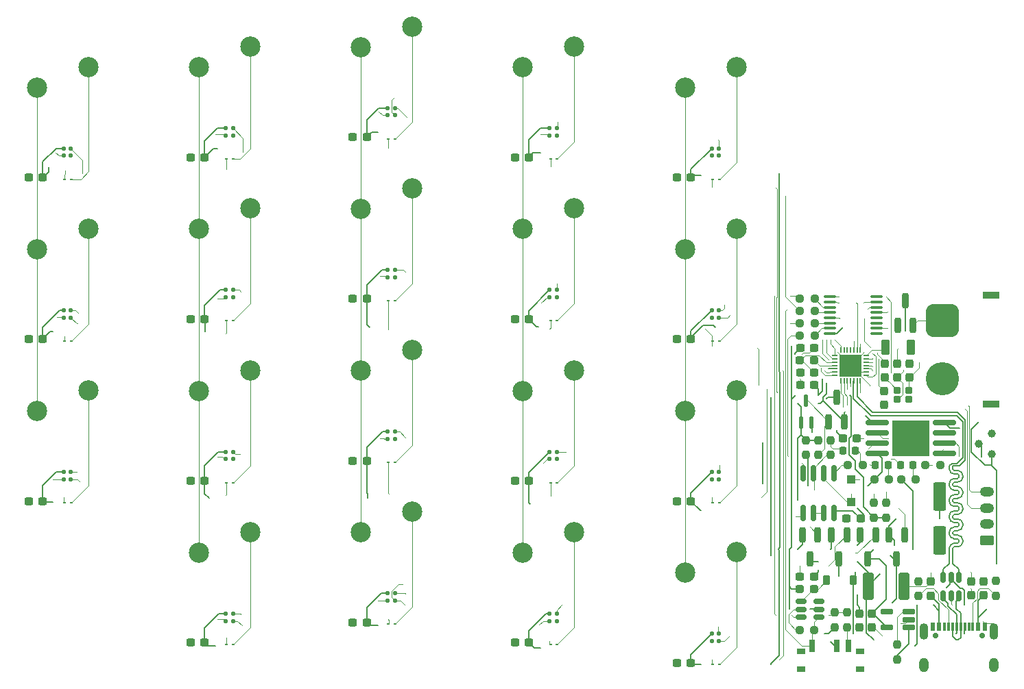
<source format=gbr>
%TF.GenerationSoftware,KiCad,Pcbnew,9.0.3*%
%TF.CreationDate,2025-07-27T18:33:32+02:00*%
%TF.ProjectId,Tastatur,54617374-6174-4757-922e-6b696361645f,0*%
%TF.SameCoordinates,Original*%
%TF.FileFunction,Copper,L1,Top*%
%TF.FilePolarity,Positive*%
%FSLAX46Y46*%
G04 Gerber Fmt 4.6, Leading zero omitted, Abs format (unit mm)*
G04 Created by KiCad (PCBNEW 9.0.3) date 2025-07-27 18:33:32*
%MOMM*%
%LPD*%
G01*
G04 APERTURE LIST*
G04 Aperture macros list*
%AMRoundRect*
0 Rectangle with rounded corners*
0 $1 Rounding radius*
0 $2 $3 $4 $5 $6 $7 $8 $9 X,Y pos of 4 corners*
0 Add a 4 corners polygon primitive as box body*
4,1,4,$2,$3,$4,$5,$6,$7,$8,$9,$2,$3,0*
0 Add four circle primitives for the rounded corners*
1,1,$1+$1,$2,$3*
1,1,$1+$1,$4,$5*
1,1,$1+$1,$6,$7*
1,1,$1+$1,$8,$9*
0 Add four rect primitives between the rounded corners*
20,1,$1+$1,$2,$3,$4,$5,0*
20,1,$1+$1,$4,$5,$6,$7,0*
20,1,$1+$1,$6,$7,$8,$9,0*
20,1,$1+$1,$8,$9,$2,$3,0*%
G04 Aperture macros list end*
%TA.AperFunction,ComponentPad*%
%ADD10C,2.500000*%
%TD*%
%TA.AperFunction,SMDPad,CuDef*%
%ADD11RoundRect,0.125000X0.125000X-0.125000X0.125000X0.125000X-0.125000X0.125000X-0.125000X-0.125000X0*%
%TD*%
%TA.AperFunction,SMDPad,CuDef*%
%ADD12RoundRect,0.237500X-0.300000X-0.237500X0.300000X-0.237500X0.300000X0.237500X-0.300000X0.237500X0*%
%TD*%
%TA.AperFunction,SMDPad,CuDef*%
%ADD13RoundRect,0.200000X-0.200000X0.750000X-0.200000X-0.750000X0.200000X-0.750000X0.200000X0.750000X0*%
%TD*%
%TA.AperFunction,ComponentPad*%
%ADD14C,0.700000*%
%TD*%
%TA.AperFunction,SMDPad,CuDef*%
%ADD15R,0.550000X1.100000*%
%TD*%
%TA.AperFunction,SMDPad,CuDef*%
%ADD16R,0.300000X1.100000*%
%TD*%
%TA.AperFunction,ComponentPad*%
%ADD17O,1.100000X2.000000*%
%TD*%
%TA.AperFunction,ComponentPad*%
%ADD18O,1.200000X1.800000*%
%TD*%
%TA.AperFunction,SMDPad,CuDef*%
%ADD19R,1.000000X0.800000*%
%TD*%
%TA.AperFunction,SMDPad,CuDef*%
%ADD20R,0.700000X1.500000*%
%TD*%
%TA.AperFunction,SMDPad,CuDef*%
%ADD21RoundRect,0.062500X0.117500X0.062500X-0.117500X0.062500X-0.117500X-0.062500X0.117500X-0.062500X0*%
%TD*%
%TA.AperFunction,SMDPad,CuDef*%
%ADD22RoundRect,0.200000X-0.250000X-0.200000X0.250000X-0.200000X0.250000X0.200000X-0.250000X0.200000X0*%
%TD*%
%TA.AperFunction,SMDPad,CuDef*%
%ADD23RoundRect,0.237500X0.237500X-0.300000X0.237500X0.300000X-0.237500X0.300000X-0.237500X-0.300000X0*%
%TD*%
%TA.AperFunction,SMDPad,CuDef*%
%ADD24RoundRect,0.237500X0.250000X0.237500X-0.250000X0.237500X-0.250000X-0.237500X0.250000X-0.237500X0*%
%TD*%
%TA.AperFunction,SMDPad,CuDef*%
%ADD25R,2.700000X2.700000*%
%TD*%
%TA.AperFunction,SMDPad,CuDef*%
%ADD26O,0.750000X0.200000*%
%TD*%
%TA.AperFunction,SMDPad,CuDef*%
%ADD27O,0.200000X0.750000*%
%TD*%
%TA.AperFunction,SMDPad,CuDef*%
%ADD28RoundRect,0.150000X-0.150000X0.825000X-0.150000X-0.825000X0.150000X-0.825000X0.150000X0.825000X0*%
%TD*%
%TA.AperFunction,SMDPad,CuDef*%
%ADD29RoundRect,0.237500X0.237500X-0.250000X0.237500X0.250000X-0.237500X0.250000X-0.237500X-0.250000X0*%
%TD*%
%TA.AperFunction,SMDPad,CuDef*%
%ADD30RoundRect,0.218750X-0.218750X-0.256250X0.218750X-0.256250X0.218750X0.256250X-0.218750X0.256250X0*%
%TD*%
%TA.AperFunction,SMDPad,CuDef*%
%ADD31C,1.000000*%
%TD*%
%TA.AperFunction,SMDPad,CuDef*%
%ADD32RoundRect,0.237500X-0.287500X-0.237500X0.287500X-0.237500X0.287500X0.237500X-0.287500X0.237500X0*%
%TD*%
%TA.AperFunction,SMDPad,CuDef*%
%ADD33RoundRect,0.237500X-0.250000X-0.237500X0.250000X-0.237500X0.250000X0.237500X-0.250000X0.237500X0*%
%TD*%
%TA.AperFunction,SMDPad,CuDef*%
%ADD34RoundRect,0.237500X0.300000X0.237500X-0.300000X0.237500X-0.300000X-0.237500X0.300000X-0.237500X0*%
%TD*%
%TA.AperFunction,SMDPad,CuDef*%
%ADD35RoundRect,0.237500X-0.237500X0.300000X-0.237500X-0.300000X0.237500X-0.300000X0.237500X0.300000X0*%
%TD*%
%TA.AperFunction,SMDPad,CuDef*%
%ADD36RoundRect,0.150000X0.150000X-0.512500X0.150000X0.512500X-0.150000X0.512500X-0.150000X-0.512500X0*%
%TD*%
%TA.AperFunction,ComponentPad*%
%ADD37RoundRect,0.250000X0.625000X-0.350000X0.625000X0.350000X-0.625000X0.350000X-0.625000X-0.350000X0*%
%TD*%
%TA.AperFunction,ComponentPad*%
%ADD38O,1.750000X1.200000*%
%TD*%
%TA.AperFunction,SMDPad,CuDef*%
%ADD39RoundRect,0.250000X0.400000X1.450000X-0.400000X1.450000X-0.400000X-1.450000X0.400000X-1.450000X0*%
%TD*%
%TA.AperFunction,SMDPad,CuDef*%
%ADD40RoundRect,0.150000X-0.512500X-0.150000X0.512500X-0.150000X0.512500X0.150000X-0.512500X0.150000X0*%
%TD*%
%TA.AperFunction,SMDPad,CuDef*%
%ADD41RoundRect,0.175000X1.250000X0.175000X-1.250000X0.175000X-1.250000X-0.175000X1.250000X-0.175000X0*%
%TD*%
%TA.AperFunction,HeatsinkPad*%
%ADD42R,4.570000X4.450000*%
%TD*%
%TA.AperFunction,SMDPad,CuDef*%
%ADD43RoundRect,0.112500X-0.112500X-0.637500X0.112500X-0.637500X0.112500X0.637500X-0.112500X0.637500X0*%
%TD*%
%TA.AperFunction,ComponentPad*%
%ADD44R,2.000000X0.900000*%
%TD*%
%TA.AperFunction,ComponentPad*%
%ADD45RoundRect,1.025000X-1.025000X1.025000X-1.025000X-1.025000X1.025000X-1.025000X1.025000X1.025000X0*%
%TD*%
%TA.AperFunction,ComponentPad*%
%ADD46C,4.100000*%
%TD*%
%TA.AperFunction,SMDPad,CuDef*%
%ADD47RoundRect,0.237500X-0.237500X0.250000X-0.237500X-0.250000X0.237500X-0.250000X0.237500X0.250000X0*%
%TD*%
%TA.AperFunction,SMDPad,CuDef*%
%ADD48RoundRect,0.237500X0.237500X-0.287500X0.237500X0.287500X-0.237500X0.287500X-0.237500X-0.287500X0*%
%TD*%
%TA.AperFunction,SMDPad,CuDef*%
%ADD49RoundRect,0.250000X0.300000X-0.300000X0.300000X0.300000X-0.300000X0.300000X-0.300000X-0.300000X0*%
%TD*%
%TA.AperFunction,SMDPad,CuDef*%
%ADD50RoundRect,0.237500X-0.237500X0.287500X-0.237500X-0.287500X0.237500X-0.287500X0.237500X0.287500X0*%
%TD*%
%TA.AperFunction,SMDPad,CuDef*%
%ADD51RoundRect,0.250000X-0.275000X-0.700000X0.275000X-0.700000X0.275000X0.700000X-0.275000X0.700000X0*%
%TD*%
%TA.AperFunction,SMDPad,CuDef*%
%ADD52RoundRect,0.225000X0.225000X0.375000X-0.225000X0.375000X-0.225000X-0.375000X0.225000X-0.375000X0*%
%TD*%
%TA.AperFunction,SMDPad,CuDef*%
%ADD53RoundRect,0.200000X0.200000X-0.750000X0.200000X0.750000X-0.200000X0.750000X-0.200000X-0.750000X0*%
%TD*%
%TA.AperFunction,SMDPad,CuDef*%
%ADD54RoundRect,0.162500X0.617500X0.162500X-0.617500X0.162500X-0.617500X-0.162500X0.617500X-0.162500X0*%
%TD*%
%TA.AperFunction,SMDPad,CuDef*%
%ADD55RoundRect,0.250000X-0.550000X1.500000X-0.550000X-1.500000X0.550000X-1.500000X0.550000X1.500000X0*%
%TD*%
%TA.AperFunction,SMDPad,CuDef*%
%ADD56RoundRect,0.100000X0.637500X0.100000X-0.637500X0.100000X-0.637500X-0.100000X0.637500X-0.100000X0*%
%TD*%
%TA.AperFunction,Conductor*%
%ADD57C,0.100000*%
%TD*%
%TA.AperFunction,Conductor*%
%ADD58C,0.200000*%
%TD*%
G04 APERTURE END LIST*
D10*
%TO.P,SW207,1,1*%
%TO.N,/COL1*%
X99320000Y-84590000D03*
%TO.P,SW207,2,2*%
%TO.N,Net-(D207-A)*%
X105670000Y-82050000D03*
%TD*%
D11*
%TO.P,D265,1,DOUT*%
%TO.N,unconnected-(D265-DOUT-Pad1)*%
X162610000Y-115530000D03*
%TO.P,D265,2,VSS*%
%TO.N,GND*%
X163510000Y-115530000D03*
%TO.P,D265,3,DIN*%
%TO.N,Net-(D264-DOUT)*%
X163510000Y-114630000D03*
%TO.P,D265,4,VDD*%
%TO.N,+5V*%
X162610000Y-114630000D03*
%TD*%
D12*
%TO.P,C206,1*%
%TO.N,GND*%
X78310000Y-98230000D03*
%TO.P,C206,2*%
%TO.N,+5V*%
X80035000Y-98230000D03*
%TD*%
D13*
%TO.P,Q107,1,G*%
%TO.N,GND*%
X182844000Y-122378000D03*
%TO.P,Q107,2,S*%
%TO.N,+3V3*%
X180944000Y-122378000D03*
%TO.P,Q107,3,D*%
%TO.N,+3V3USB*%
X181894000Y-125378000D03*
%TD*%
D14*
%TO.P,USB101,*%
%TO.N,*%
X190220000Y-134844000D03*
X196000000Y-134844000D03*
D15*
%TO.P,USB101,1,GND*%
%TO.N,GND*%
X189910000Y-133764000D03*
%TO.P,USB101,2,VBUS*%
%TO.N,/VBUS*%
X190710000Y-133764000D03*
D16*
%TO.P,USB101,3,SBU2*%
%TO.N,unconnected-(USB101-SBU2-Pad3)*%
X191360000Y-133764000D03*
%TO.P,USB101,4,CC1*%
%TO.N,Net-(USB101-CC1)*%
X191860000Y-133764000D03*
%TO.P,USB101,5,DN2*%
%TO.N,/ED-*%
X192360000Y-133764000D03*
%TO.P,USB101,6,DP1*%
%TO.N,/ED+*%
X192860000Y-133764000D03*
%TO.P,USB101,7,DN1*%
%TO.N,/ED-*%
X193360000Y-133764000D03*
%TO.P,USB101,8,DP2*%
%TO.N,/ED+*%
X193860000Y-133764000D03*
%TO.P,USB101,9,SBU1*%
%TO.N,unconnected-(USB101-SBU1-Pad9)*%
X194360000Y-133764000D03*
%TO.P,USB101,10,CC2*%
%TO.N,Net-(USB101-CC2)*%
X194860000Y-133764000D03*
D15*
%TO.P,USB101,11,VBUS*%
%TO.N,/VBUS*%
X195510000Y-133764000D03*
%TO.P,USB101,12,GND*%
%TO.N,GND*%
X196310000Y-133764000D03*
D17*
%TO.P,USB101,13,SHELL*%
X188790000Y-134314000D03*
D18*
X188790000Y-138524000D03*
D17*
%TO.P,USB101,14,SHELL*%
X197430000Y-134314000D03*
D18*
X197430000Y-138524000D03*
%TD*%
D19*
%TO.P,SW221,*%
%TO.N,*%
X173636000Y-136762000D03*
X173636000Y-138972000D03*
X180936000Y-136762000D03*
X180936000Y-138972000D03*
D20*
%TO.P,SW221,1,B*%
%TO.N,/LEDTOGGLE*%
X175036000Y-136112000D03*
%TO.P,SW221,2,C*%
%TO.N,+3V3BAT*%
X178036000Y-136112000D03*
%TO.P,SW221,3,A*%
%TO.N,GND*%
X179536000Y-136112000D03*
%TD*%
D12*
%TO.P,C208,1*%
%TO.N,GND*%
X118310000Y-93230000D03*
%TO.P,C208,2*%
%TO.N,+5V*%
X120035000Y-93230000D03*
%TD*%
D21*
%TO.P,D213,1,K*%
%TO.N,/ROW2*%
X122710000Y-113430000D03*
%TO.P,D213,2,A*%
%TO.N,Net-(D213-A)*%
X123550000Y-113430000D03*
%TD*%
D13*
%TO.P,Q103,1,G*%
%TO.N,GND*%
X186400000Y-122378000D03*
%TO.P,Q103,2,S*%
%TO.N,+3V3*%
X184500000Y-122378000D03*
%TO.P,Q103,3,D*%
%TO.N,+3V3BAT*%
X185450000Y-125378000D03*
%TD*%
D11*
%TO.P,D269,1,DOUT*%
%TO.N,unconnected-(D269-DOUT-Pad1)*%
X162610000Y-135530000D03*
%TO.P,D269,2,VSS*%
%TO.N,GND*%
X163510000Y-135530000D03*
%TO.P,D269,3,DIN*%
%TO.N,Net-(D268-DOUT)*%
X163510000Y-134630000D03*
%TO.P,D269,4,VDD*%
%TO.N,+5V*%
X162610000Y-134630000D03*
%TD*%
D12*
%TO.P,C219,1*%
%TO.N,GND*%
X158310000Y-138230000D03*
%TO.P,C219,2*%
%TO.N,+5V*%
X160035000Y-138230000D03*
%TD*%
D11*
%TO.P,D254,1,DOUT*%
%TO.N,Net-(D254-DOUT)*%
X142610000Y-73030000D03*
%TO.P,D254,2,VSS*%
%TO.N,GND*%
X143510000Y-73030000D03*
%TO.P,D254,3,DIN*%
%TO.N,Net-(D253-DOUT)*%
X143510000Y-72130000D03*
%TO.P,D254,4,VDD*%
%TO.N,+5V*%
X142610000Y-72130000D03*
%TD*%
D22*
%TO.P,Y101,1,1*%
%TO.N,Net-(U102-X32MO)*%
X185544000Y-105664000D03*
%TO.P,Y101,2,2*%
%TO.N,GND*%
X186944000Y-105664000D03*
%TO.P,Y101,3,3*%
%TO.N,Net-(U102-X32MI)*%
X186944000Y-104564000D03*
%TO.P,Y101,4,4*%
%TO.N,GND*%
X185544000Y-104564000D03*
%TD*%
D10*
%TO.P,SW203,1,1*%
%TO.N,/COL2*%
X119320000Y-62090000D03*
%TO.P,SW203,2,2*%
%TO.N,Net-(D203-A)*%
X125670000Y-59550000D03*
%TD*%
D11*
%TO.P,D262,1,DOUT*%
%TO.N,Net-(D262-DOUT)*%
X102610000Y-113030000D03*
%TO.P,D262,2,VSS*%
%TO.N,GND*%
X103510000Y-113030000D03*
%TO.P,D262,3,DIN*%
%TO.N,Net-(D261-DOUT)*%
X103510000Y-112130000D03*
%TO.P,D262,4,VDD*%
%TO.N,+5V*%
X102610000Y-112130000D03*
%TD*%
D23*
%TO.P,C101,1*%
%TO.N,GND*%
X183896000Y-106323300D03*
%TO.P,C101,2*%
%TO.N,Net-(U102-VINTA)*%
X183896000Y-104598300D03*
%TD*%
D24*
%TO.P,R201,1*%
%TO.N,/Matrix/LEDDATA0*%
X175310000Y-94710000D03*
%TO.P,R201,2*%
%TO.N,Net-(D251-DIN)*%
X173485000Y-94710000D03*
%TD*%
D21*
%TO.P,D207,1,K*%
%TO.N,/ROW1*%
X102710000Y-95930000D03*
%TO.P,D207,2,A*%
%TO.N,Net-(D207-A)*%
X103550000Y-95930000D03*
%TD*%
D25*
%TO.P,U102,0,EGND*%
%TO.N,GND*%
X179754000Y-101461000D03*
D26*
%TO.P,U102,1,PA11*%
%TO.N,/COL1*%
X177829000Y-100261000D03*
%TO.P,U102,2,PA10*%
%TO.N,/COL2*%
X177829000Y-100661000D03*
%TO.P,U102,3,VDCID*%
%TO.N,Net-(U102-VDCID)*%
X177829000Y-101061000D03*
%TO.P,U102,4,VSW*%
%TO.N,Net-(U102-VSW)*%
X177829000Y-101461000D03*
%TO.P,U102,5,VIO33*%
%TO.N,+3V3*%
X177829000Y-101861000D03*
%TO.P,U102,6,PA8*%
%TO.N,/ROW3*%
X177829000Y-102261000D03*
%TO.P,U102,7,PA9*%
%TO.N,/COL3*%
X177829000Y-102661000D03*
D27*
%TO.P,U102,8,TCK*%
%TO.N,/TCK*%
X178554000Y-103386000D03*
%TO.P,U102,9,TIO*%
%TO.N,/TIO*%
X178954000Y-103386000D03*
%TO.P,U102,10,PB13*%
%TO.N,/ROW2*%
X179354000Y-103386000D03*
%TO.P,U102,11,PB12*%
%TO.N,/ROW1*%
X179754000Y-103386000D03*
%TO.P,U102,12,UD+*%
%TO.N,/D+*%
X180154000Y-103386000D03*
%TO.P,U102,13,UD-*%
%TO.N,/D-*%
X180554000Y-103386000D03*
%TO.P,U102,14,PB7*%
%TO.N,/ROW0*%
X180954000Y-103386000D03*
D26*
%TO.P,U102,15,PB4*%
%TO.N,/LEDDATA*%
X181679000Y-102661000D03*
%TO.P,U102,16,RST*%
%TO.N,GND*%
X181679000Y-102261000D03*
%TO.P,U102,17,PB22*%
%TO.N,/LEDSEL1*%
X181679000Y-101861000D03*
%TO.P,U102,18,X32MO*%
%TO.N,Net-(U102-X32MO)*%
X181679000Y-101461000D03*
%TO.P,U102,19,X32MI*%
%TO.N,Net-(U102-X32MI)*%
X181679000Y-101061000D03*
%TO.P,U102,20,VINTA*%
%TO.N,Net-(U102-VINTA)*%
X181679000Y-100661000D03*
%TO.P,U102,21,ANT*%
%TO.N,Net-(AE101-A)*%
X181679000Y-100261000D03*
D27*
%TO.P,U102,22,VDCIA*%
%TO.N,Net-(U102-VDCIA)*%
X180954000Y-99536000D03*
%TO.P,U102,23,PA4*%
%TO.N,/LEDSEL0*%
X180554000Y-99536000D03*
%TO.P,U102,24,PA5*%
%TO.N,/COL0*%
X180154000Y-99536000D03*
%TO.P,U102,25,PA15*%
%TO.N,/MISO*%
X179754000Y-99536000D03*
%TO.P,U102,26,PA14*%
%TO.N,/MOSI*%
X179354000Y-99536000D03*
%TO.P,U102,27,PA13*%
%TO.N,/SCK*%
X178954000Y-99536000D03*
%TO.P,U102,28,PA12*%
%TO.N,/COL4*%
X178554000Y-99536000D03*
%TD*%
D11*
%TO.P,D261,1,DOUT*%
%TO.N,Net-(D261-DOUT)*%
X82610000Y-115530000D03*
%TO.P,D261,2,VSS*%
%TO.N,GND*%
X83510000Y-115530000D03*
%TO.P,D261,3,DIN*%
%TO.N,Net-(D261-DIN)*%
X83510000Y-114630000D03*
%TO.P,D261,4,VDD*%
%TO.N,+5V*%
X82610000Y-114630000D03*
%TD*%
D12*
%TO.P,C207,1*%
%TO.N,GND*%
X98310000Y-95730000D03*
%TO.P,C207,2*%
%TO.N,+5V*%
X100035000Y-95730000D03*
%TD*%
D21*
%TO.P,D214,1,K*%
%TO.N,/ROW2*%
X142710000Y-115930000D03*
%TO.P,D214,2,A*%
%TO.N,Net-(D214-A)*%
X143550000Y-115930000D03*
%TD*%
D10*
%TO.P,SW216,1,1*%
%TO.N,/COL1*%
X99320000Y-124590000D03*
%TO.P,SW216,2,2*%
%TO.N,Net-(D216-A)*%
X105670000Y-122050000D03*
%TD*%
%TO.P,SW212,1,1*%
%TO.N,/COL1*%
X99320000Y-104590000D03*
%TO.P,SW212,2,2*%
%TO.N,Net-(D212-A)*%
X105670000Y-102050000D03*
%TD*%
D11*
%TO.P,D255,1,DOUT*%
%TO.N,unconnected-(D255-DOUT-Pad1)*%
X162610000Y-75530000D03*
%TO.P,D255,2,VSS*%
%TO.N,GND*%
X163510000Y-75530000D03*
%TO.P,D255,3,DIN*%
%TO.N,Net-(D254-DOUT)*%
X163510000Y-74630000D03*
%TO.P,D255,4,VDD*%
%TO.N,+5V*%
X162610000Y-74630000D03*
%TD*%
D21*
%TO.P,D205,1,K*%
%TO.N,/ROW0*%
X162710000Y-78430000D03*
%TO.P,D205,2,A*%
%TO.N,Net-(D205-A)*%
X163550000Y-78430000D03*
%TD*%
D12*
%TO.P,C201,1*%
%TO.N,GND*%
X78310000Y-78230000D03*
%TO.P,C201,2*%
%TO.N,+5V*%
X80035000Y-78230000D03*
%TD*%
%TO.P,C203,1*%
%TO.N,GND*%
X118310000Y-73230000D03*
%TO.P,C203,2*%
%TO.N,+5V*%
X120035000Y-73230000D03*
%TD*%
D28*
%TO.P,U107,1*%
%TO.N,Net-(R114-Pad1)*%
X177703000Y-114776000D03*
%TO.P,U107,2,-*%
%TO.N,Net-(D105-K)*%
X176433000Y-114776000D03*
%TO.P,U107,3,+*%
%TO.N,Net-(U107A-+)*%
X175163000Y-114776000D03*
%TO.P,U107,4,V-*%
%TO.N,GND*%
X173893000Y-114776000D03*
%TO.P,U107,5,+*%
X173893000Y-119726000D03*
%TO.P,U107,6,-*%
%TO.N,Net-(U107B--)*%
X175163000Y-119726000D03*
%TO.P,U107,7*%
X176433000Y-119726000D03*
%TO.P,U107,8,V+*%
%TO.N,/VBAT*%
X177703000Y-119726000D03*
%TD*%
D29*
%TO.P,R103,1*%
%TO.N,+5VUSB*%
X185544000Y-137815000D03*
%TO.P,R103,2*%
%TO.N,Net-(U103-EN)*%
X185544000Y-135990000D03*
%TD*%
D30*
%TO.P,D106,1,K*%
%TO.N,GND*%
X178790500Y-112014000D03*
%TO.P,D106,2,A*%
%TO.N,Net-(D106-A)*%
X180365500Y-112014000D03*
%TD*%
D31*
%TO.P,TP101,1,1*%
%TO.N,GND*%
X197231000Y-109855000D03*
%TD*%
D32*
%TO.P,L101,1,1*%
%TO.N,Net-(U102-VDCID)*%
X173522500Y-100806000D03*
%TO.P,L101,2,2*%
%TO.N,Net-(U102-VSW)*%
X175272500Y-100806000D03*
%TD*%
D21*
%TO.P,D215,1,K*%
%TO.N,/ROW2*%
X162710000Y-118430000D03*
%TO.P,D215,2,A*%
%TO.N,Net-(D215-A)*%
X163550000Y-118430000D03*
%TD*%
D11*
%TO.P,D263,1,DOUT*%
%TO.N,Net-(D263-DOUT)*%
X122610000Y-110530000D03*
%TO.P,D263,2,VSS*%
%TO.N,GND*%
X123510000Y-110530000D03*
%TO.P,D263,3,DIN*%
%TO.N,Net-(D262-DOUT)*%
X123510000Y-109630000D03*
%TO.P,D263,4,VDD*%
%TO.N,+5V*%
X122610000Y-109630000D03*
%TD*%
D12*
%TO.P,C204,1*%
%TO.N,GND*%
X138310000Y-75730000D03*
%TO.P,C204,2*%
%TO.N,+5V*%
X140035000Y-75730000D03*
%TD*%
D33*
%TO.P,R109,1*%
%TO.N,Net-(U105-PROG)*%
X188976000Y-113792000D03*
%TO.P,R109,2*%
%TO.N,GND*%
X190801000Y-113792000D03*
%TD*%
%TO.P,R114,1*%
%TO.N,Net-(R114-Pad1)*%
X179427500Y-113792000D03*
%TO.P,R114,2*%
%TO.N,Net-(D106-A)*%
X181252500Y-113792000D03*
%TD*%
D21*
%TO.P,D217,1,K*%
%TO.N,/ROW3*%
X122710000Y-133430000D03*
%TO.P,D217,2,A*%
%TO.N,Net-(D217-A)*%
X123550000Y-133430000D03*
%TD*%
D24*
%TO.P,R205,1*%
%TO.N,/LEDTOGGLE*%
X175290000Y-134146000D03*
%TO.P,R205,2*%
%TO.N,GND*%
X173465000Y-134146000D03*
%TD*%
D11*
%TO.P,D251,1,DOUT*%
%TO.N,Net-(D251-DOUT)*%
X82610000Y-75530000D03*
%TO.P,D251,2,VSS*%
%TO.N,GND*%
X83510000Y-75530000D03*
%TO.P,D251,3,DIN*%
%TO.N,Net-(D251-DIN)*%
X83510000Y-74630000D03*
%TO.P,D251,4,VDD*%
%TO.N,+5V*%
X82610000Y-74630000D03*
%TD*%
D34*
%TO.P,C114,1*%
%TO.N,/VBAT*%
X180978500Y-120364000D03*
%TO.P,C114,2*%
%TO.N,GND*%
X179253500Y-120364000D03*
%TD*%
D33*
%TO.P,R106,1*%
%TO.N,+3V3USB*%
X186008000Y-115570000D03*
%TO.P,R106,2*%
%TO.N,Net-(D103-A)*%
X187833000Y-115570000D03*
%TD*%
D35*
%TO.P,C110,1*%
%TO.N,+3V3USB*%
X182402000Y-132101000D03*
%TO.P,C110,2*%
%TO.N,GND*%
X182402000Y-133826000D03*
%TD*%
D36*
%TO.P,U101,1,I/O1*%
%TO.N,/ED+*%
X191212300Y-129915500D03*
%TO.P,U101,2,GND*%
%TO.N,GND*%
X192162300Y-129915500D03*
%TO.P,U101,3,I/O2*%
%TO.N,/ED-*%
X193112300Y-129915500D03*
%TO.P,U101,4,I/O2*%
%TO.N,/D-*%
X193112300Y-127640500D03*
%TO.P,U101,5,VBUS*%
%TO.N,/VBUS*%
X192162300Y-127640500D03*
%TO.P,U101,6,I/O1*%
%TO.N,/D+*%
X191212300Y-127640500D03*
%TD*%
D29*
%TO.P,R113,1*%
%TO.N,Net-(U107A-+)*%
X177292000Y-112522000D03*
%TO.P,R113,2*%
%TO.N,GND*%
X177292000Y-110697000D03*
%TD*%
D30*
%TO.P,D103,1,K*%
%TO.N,Net-(D103-K)*%
X185904500Y-113792000D03*
%TO.P,D103,2,A*%
%TO.N,Net-(D103-A)*%
X187479500Y-113792000D03*
%TD*%
D37*
%TO.P,J102,1,Pin_1*%
%TO.N,GND*%
X196626000Y-123062000D03*
D38*
%TO.P,J102,2,Pin_2*%
%TO.N,+3V3*%
X196626000Y-121062000D03*
%TO.P,J102,3,Pin_3*%
%TO.N,/TCK*%
X196626000Y-119062000D03*
%TO.P,J102,4,Pin_4*%
%TO.N,/TIO*%
X196626000Y-117062000D03*
%TD*%
D23*
%TO.P,C106,1*%
%TO.N,Net-(U102-X32MO)*%
X185521600Y-102970500D03*
%TO.P,C106,2*%
%TO.N,GND*%
X185521600Y-101245500D03*
%TD*%
D32*
%TO.P,L102,1,1*%
%TO.N,+3V3*%
X173502500Y-129066000D03*
%TO.P,L102,2,2*%
%TO.N,Net-(D102-A)*%
X175252500Y-129066000D03*
%TD*%
D10*
%TO.P,SW213,1,1*%
%TO.N,/COL2*%
X119320000Y-102090000D03*
%TO.P,SW213,2,2*%
%TO.N,Net-(D213-A)*%
X125670000Y-99550000D03*
%TD*%
D39*
%TO.P,F101,1*%
%TO.N,Net-(C109-Pad1)*%
X186375000Y-128746000D03*
%TO.P,F101,2*%
%TO.N,+5VUSB*%
X181925000Y-128746000D03*
%TD*%
D11*
%TO.P,D260,1,DOUT*%
%TO.N,unconnected-(D260-DOUT-Pad1)*%
X162610000Y-95530000D03*
%TO.P,D260,2,VSS*%
%TO.N,GND*%
X163510000Y-95530000D03*
%TO.P,D260,3,DIN*%
%TO.N,Net-(D259-DOUT)*%
X163510000Y-94630000D03*
%TO.P,D260,4,VDD*%
%TO.N,+5V*%
X162610000Y-94630000D03*
%TD*%
D40*
%TO.P,U104,1,SW*%
%TO.N,Net-(D102-A)*%
X173615500Y-130656000D03*
%TO.P,U104,2,GND*%
%TO.N,GND*%
X173615500Y-131606000D03*
%TO.P,U104,3,FB*%
%TO.N,Net-(U104-FB)*%
X173615500Y-132556000D03*
%TO.P,U104,4,EN*%
%TO.N,/LEDTOGGLE*%
X175890500Y-132556000D03*
%TO.P,U104,5,IN*%
%TO.N,+3V3*%
X175890500Y-131606000D03*
%TO.P,U104,6,NC*%
%TO.N,unconnected-(U104-NC-Pad6)*%
X175890500Y-130656000D03*
%TD*%
D12*
%TO.P,C209,1*%
%TO.N,GND*%
X138310000Y-95730000D03*
%TO.P,C209,2*%
%TO.N,+5V*%
X140035000Y-95730000D03*
%TD*%
D29*
%TO.P,R111,1*%
%TO.N,/VBAT*%
X184180000Y-120260500D03*
%TO.P,R111,2*%
%TO.N,Net-(U107A-+)*%
X184180000Y-118435500D03*
%TD*%
%TO.P,R108,1*%
%TO.N,Net-(Q105-G)*%
X175768000Y-112522000D03*
%TO.P,R108,2*%
%TO.N,/VBAT*%
X175768000Y-110697000D03*
%TD*%
D33*
%TO.P,R107,1*%
%TO.N,+3V3USB*%
X182706000Y-115570000D03*
%TO.P,R107,2*%
%TO.N,Net-(D104-A)*%
X184531000Y-115570000D03*
%TD*%
D11*
%TO.P,D252,1,DOUT*%
%TO.N,Net-(D252-DOUT)*%
X102610000Y-73030000D03*
%TO.P,D252,2,VSS*%
%TO.N,GND*%
X103510000Y-73030000D03*
%TO.P,D252,3,DIN*%
%TO.N,Net-(D251-DOUT)*%
X103510000Y-72130000D03*
%TO.P,D252,4,VDD*%
%TO.N,+5V*%
X102610000Y-72130000D03*
%TD*%
D41*
%TO.P,U105,1,TEMP*%
%TO.N,GND*%
X191389000Y-112362000D03*
%TO.P,U105,2,PROG*%
%TO.N,Net-(U105-PROG)*%
X191389000Y-111092000D03*
%TO.P,U105,3,GND*%
%TO.N,GND*%
X191389000Y-109822000D03*
%TO.P,U105,4,V_{CC}*%
%TO.N,+5VUSB*%
X191389000Y-108552000D03*
%TO.P,U105,5,BAT*%
%TO.N,/VBAT*%
X183089000Y-108552000D03*
%TO.P,U105,6,~{STDBY}*%
%TO.N,Net-(D103-K)*%
X183089000Y-109822000D03*
%TO.P,U105,7,~{CHRG}*%
%TO.N,Net-(D104-K)*%
X183089000Y-111092000D03*
%TO.P,U105,8,CE*%
%TO.N,+3V3USB*%
X183089000Y-112362000D03*
D42*
%TO.P,U105,9,EPAD*%
%TO.N,GND*%
X187239000Y-110457000D03*
%TD*%
D21*
%TO.P,D204,1,K*%
%TO.N,/ROW0*%
X142710000Y-75930000D03*
%TO.P,D204,2,A*%
%TO.N,Net-(D204-A)*%
X143550000Y-75930000D03*
%TD*%
D24*
%TO.P,R202,1*%
%TO.N,/Matrix/LEDDATA1*%
X175310000Y-96234000D03*
%TO.P,R202,2*%
%TO.N,Net-(D256-DIN)*%
X173485000Y-96234000D03*
%TD*%
D11*
%TO.P,D257,1,DOUT*%
%TO.N,Net-(D257-DOUT)*%
X102610000Y-93030000D03*
%TO.P,D257,2,VSS*%
%TO.N,GND*%
X103510000Y-93030000D03*
%TO.P,D257,3,DIN*%
%TO.N,Net-(D256-DOUT)*%
X103510000Y-92130000D03*
%TO.P,D257,4,VDD*%
%TO.N,+5V*%
X102610000Y-92130000D03*
%TD*%
D12*
%TO.P,C215,1*%
%TO.N,GND*%
X158310000Y-118230000D03*
%TO.P,C215,2*%
%TO.N,+5V*%
X160035000Y-118230000D03*
%TD*%
D11*
%TO.P,D264,1,DOUT*%
%TO.N,Net-(D264-DOUT)*%
X142610000Y-113030000D03*
%TO.P,D264,2,VSS*%
%TO.N,GND*%
X143510000Y-113030000D03*
%TO.P,D264,3,DIN*%
%TO.N,Net-(D263-DOUT)*%
X143510000Y-112130000D03*
%TO.P,D264,4,VDD*%
%TO.N,+5V*%
X142610000Y-112130000D03*
%TD*%
D34*
%TO.P,C104,1*%
%TO.N,+3V3*%
X175260000Y-103854000D03*
%TO.P,C104,2*%
%TO.N,GND*%
X173535000Y-103854000D03*
%TD*%
D10*
%TO.P,SW211,1,1*%
%TO.N,/COL0*%
X79320000Y-107090000D03*
%TO.P,SW211,2,2*%
%TO.N,Net-(D211-A)*%
X85670000Y-104550000D03*
%TD*%
D21*
%TO.P,D211,1,K*%
%TO.N,/ROW2*%
X82710000Y-118430000D03*
%TO.P,D211,2,A*%
%TO.N,Net-(D211-A)*%
X83550000Y-118430000D03*
%TD*%
%TO.P,D206,1,K*%
%TO.N,/ROW1*%
X82710000Y-98430000D03*
%TO.P,D206,2,A*%
%TO.N,Net-(D206-A)*%
X83550000Y-98430000D03*
%TD*%
D12*
%TO.P,C212,1*%
%TO.N,GND*%
X98310000Y-115730000D03*
%TO.P,C212,2*%
%TO.N,+5V*%
X100035000Y-115730000D03*
%TD*%
D11*
%TO.P,D258,1,DOUT*%
%TO.N,Net-(D258-DOUT)*%
X122610000Y-90530000D03*
%TO.P,D258,2,VSS*%
%TO.N,GND*%
X123510000Y-90530000D03*
%TO.P,D258,3,DIN*%
%TO.N,Net-(D257-DOUT)*%
X123510000Y-89630000D03*
%TO.P,D258,4,VDD*%
%TO.N,+5V*%
X122610000Y-89630000D03*
%TD*%
D10*
%TO.P,SW215,1,1*%
%TO.N,/COL4*%
X159320000Y-107090000D03*
%TO.P,SW215,2,2*%
%TO.N,Net-(D215-A)*%
X165670000Y-104550000D03*
%TD*%
D29*
%TO.P,R112,1*%
%TO.N,/VBAT*%
X182656000Y-120260500D03*
%TO.P,R112,2*%
%TO.N,Net-(D105-K)*%
X182656000Y-118435500D03*
%TD*%
D23*
%TO.P,C103,1*%
%TO.N,GND*%
X184021600Y-102970500D03*
%TO.P,C103,2*%
%TO.N,Net-(U102-VDCIA)*%
X184021600Y-101245500D03*
%TD*%
D43*
%TO.P,Q106,1,G*%
%TO.N,/VBAT*%
X173624000Y-108486000D03*
%TO.P,Q106,2,S*%
%TO.N,+3V3USB*%
X174924000Y-108486000D03*
%TO.P,Q106,3,D*%
%TO.N,Net-(Q105-G)*%
X174274000Y-105826000D03*
%TD*%
D29*
%TO.P,R101,1*%
%TO.N,Net-(USB101-CC2)*%
X197684000Y-129912500D03*
%TO.P,R101,2*%
%TO.N,GND*%
X197684000Y-128087500D03*
%TD*%
D30*
%TO.P,D104,1,K*%
%TO.N,Net-(D104-K)*%
X182831000Y-113792000D03*
%TO.P,D104,2,A*%
%TO.N,Net-(D104-A)*%
X184406000Y-113792000D03*
%TD*%
D12*
%TO.P,C216,1*%
%TO.N,GND*%
X98310000Y-135730000D03*
%TO.P,C216,2*%
%TO.N,+5V*%
X100035000Y-135730000D03*
%TD*%
D21*
%TO.P,D216,1,K*%
%TO.N,/ROW3*%
X102710000Y-135930000D03*
%TO.P,D216,2,A*%
%TO.N,Net-(D216-A)*%
X103550000Y-135930000D03*
%TD*%
%TO.P,D218,1,K*%
%TO.N,/ROW3*%
X142710000Y-135930000D03*
%TO.P,D218,2,A*%
%TO.N,Net-(D218-A)*%
X143550000Y-135930000D03*
%TD*%
%TO.P,D209,1,K*%
%TO.N,/ROW1*%
X142710000Y-95930000D03*
%TO.P,D209,2,A*%
%TO.N,Net-(D209-A)*%
X143550000Y-95930000D03*
%TD*%
D44*
%TO.P,J103,*%
%TO.N,*%
X197097000Y-92735000D03*
X197097000Y-106235000D03*
D45*
%TO.P,J103,1,Pin_1*%
%TO.N,Net-(J103-Pin_1)*%
X191097000Y-95885000D03*
D46*
%TO.P,J103,2,Pin_2*%
%TO.N,GND*%
X191097000Y-103085000D03*
%TD*%
D12*
%TO.P,C214,1*%
%TO.N,GND*%
X138310000Y-115730000D03*
%TO.P,C214,2*%
%TO.N,+5V*%
X140035000Y-115730000D03*
%TD*%
%TO.P,C108,1*%
%TO.N,GND*%
X173515000Y-127542000D03*
%TO.P,C108,2*%
%TO.N,+5VBAT*%
X175240000Y-127542000D03*
%TD*%
%TO.P,C211,1*%
%TO.N,GND*%
X78310000Y-118230000D03*
%TO.P,C211,2*%
%TO.N,+5V*%
X80035000Y-118230000D03*
%TD*%
D10*
%TO.P,SW209,1,1*%
%TO.N,/COL3*%
X139320000Y-84590000D03*
%TO.P,SW209,2,2*%
%TO.N,Net-(D209-A)*%
X145670000Y-82050000D03*
%TD*%
D21*
%TO.P,D201,1,K*%
%TO.N,/ROW0*%
X82710000Y-78430000D03*
%TO.P,D201,2,A*%
%TO.N,Net-(D201-A)*%
X83550000Y-78430000D03*
%TD*%
%TO.P,D212,1,K*%
%TO.N,/ROW2*%
X102710000Y-115930000D03*
%TO.P,D212,2,A*%
%TO.N,Net-(D212-A)*%
X103550000Y-115930000D03*
%TD*%
D11*
%TO.P,D268,1,DOUT*%
%TO.N,Net-(D268-DOUT)*%
X142610000Y-133030000D03*
%TO.P,D268,2,VSS*%
%TO.N,GND*%
X143510000Y-133030000D03*
%TO.P,D268,3,DIN*%
%TO.N,Net-(D267-DOUT)*%
X143510000Y-132130000D03*
%TO.P,D268,4,VDD*%
%TO.N,+5V*%
X142610000Y-132130000D03*
%TD*%
D21*
%TO.P,D208,1,K*%
%TO.N,/ROW1*%
X122710000Y-93430000D03*
%TO.P,D208,2,A*%
%TO.N,Net-(D208-A)*%
X123550000Y-93430000D03*
%TD*%
D34*
%TO.P,C111,1*%
%TO.N,GND*%
X180541000Y-110490000D03*
%TO.P,C111,2*%
%TO.N,+5VUSB*%
X178816000Y-110490000D03*
%TD*%
D10*
%TO.P,SW204,1,1*%
%TO.N,/COL3*%
X139320000Y-64590000D03*
%TO.P,SW204,2,2*%
%TO.N,Net-(D204-A)*%
X145670000Y-62050000D03*
%TD*%
D31*
%TO.P,TP104,1,1*%
%TO.N,+3V3USB*%
X195580000Y-111125000D03*
%TD*%
D12*
%TO.P,C113,1*%
%TO.N,+5V*%
X173535000Y-99282000D03*
%TO.P,C113,2*%
%TO.N,GND*%
X175260000Y-99282000D03*
%TD*%
D47*
%TO.P,R110,1*%
%TO.N,/VBAT*%
X174244000Y-110697000D03*
%TO.P,R110,2*%
%TO.N,+3V3USB*%
X174244000Y-112522000D03*
%TD*%
D12*
%TO.P,C217,1*%
%TO.N,GND*%
X118310000Y-133230000D03*
%TO.P,C217,2*%
%TO.N,+5V*%
X120035000Y-133230000D03*
%TD*%
D11*
%TO.P,D266,1,DOUT*%
%TO.N,Net-(D266-DOUT)*%
X102610000Y-133030000D03*
%TO.P,D266,2,VSS*%
%TO.N,GND*%
X103510000Y-133030000D03*
%TO.P,D266,3,DIN*%
%TO.N,Net-(D266-DIN)*%
X103510000Y-132130000D03*
%TO.P,D266,4,VDD*%
%TO.N,+5V*%
X102610000Y-132130000D03*
%TD*%
D12*
%TO.P,C210,1*%
%TO.N,GND*%
X158310000Y-98230000D03*
%TO.P,C210,2*%
%TO.N,+5V*%
X160035000Y-98230000D03*
%TD*%
D10*
%TO.P,SW210,1,1*%
%TO.N,/COL4*%
X159320000Y-87090000D03*
%TO.P,SW210,2,2*%
%TO.N,Net-(D210-A)*%
X165670000Y-84550000D03*
%TD*%
D21*
%TO.P,D202,1,K*%
%TO.N,/ROW0*%
X102710000Y-75930000D03*
%TO.P,D202,2,A*%
%TO.N,Net-(D202-A)*%
X103550000Y-75930000D03*
%TD*%
D35*
%TO.P,C109,1*%
%TO.N,Net-(C109-Pad1)*%
X194636000Y-128137500D03*
%TO.P,C109,2*%
%TO.N,GND*%
X194636000Y-129862500D03*
%TD*%
D48*
%TO.P,L103,1,1*%
%TO.N,/VBUS*%
X189636400Y-129907000D03*
%TO.P,L103,2,2*%
%TO.N,Net-(C109-Pad1)*%
X189636400Y-128157000D03*
%TD*%
D49*
%TO.P,D105,1,K*%
%TO.N,Net-(D105-K)*%
X179862000Y-118332000D03*
%TO.P,D105,2,A*%
%TO.N,GND*%
X179862000Y-115532000D03*
%TD*%
D12*
%TO.P,C213,1*%
%TO.N,GND*%
X118310000Y-113230000D03*
%TO.P,C213,2*%
%TO.N,+5V*%
X120035000Y-113230000D03*
%TD*%
D50*
%TO.P,D101,1,A1*%
%TO.N,GND*%
X196160000Y-128125000D03*
%TO.P,D101,2,A2*%
%TO.N,/VBUS*%
X196160000Y-129875000D03*
%TD*%
D12*
%TO.P,C202,1*%
%TO.N,GND*%
X98310000Y-75730000D03*
%TO.P,C202,2*%
%TO.N,+5V*%
X100035000Y-75730000D03*
%TD*%
D11*
%TO.P,D259,1,DOUT*%
%TO.N,Net-(D259-DOUT)*%
X142610000Y-93030000D03*
%TO.P,D259,2,VSS*%
%TO.N,GND*%
X143510000Y-93030000D03*
%TO.P,D259,3,DIN*%
%TO.N,Net-(D258-DOUT)*%
X143510000Y-92130000D03*
%TO.P,D259,4,VDD*%
%TO.N,+5V*%
X142610000Y-92130000D03*
%TD*%
D29*
%TO.P,R102,1*%
%TO.N,Net-(USB101-CC1)*%
X188112400Y-129944500D03*
%TO.P,R102,2*%
%TO.N,GND*%
X188112400Y-128119500D03*
%TD*%
D12*
%TO.P,C205,1*%
%TO.N,GND*%
X158310000Y-78230000D03*
%TO.P,C205,2*%
%TO.N,+5V*%
X160035000Y-78230000D03*
%TD*%
D10*
%TO.P,SW206,1,1*%
%TO.N,/COL0*%
X79320000Y-87090000D03*
%TO.P,SW206,2,2*%
%TO.N,Net-(D206-A)*%
X85670000Y-84550000D03*
%TD*%
D13*
%TO.P,Q101,1,G*%
%TO.N,GND*%
X179288000Y-122378000D03*
%TO.P,Q101,2,S*%
%TO.N,+5V*%
X177388000Y-122378000D03*
%TO.P,Q101,3,D*%
%TO.N,+5VBAT*%
X178338000Y-125378000D03*
%TD*%
D12*
%TO.P,C218,1*%
%TO.N,GND*%
X138310000Y-135730000D03*
%TO.P,C218,2*%
%TO.N,+5V*%
X140035000Y-135730000D03*
%TD*%
D51*
%TO.P,AE101,1,A*%
%TO.N,Net-(AE101-A)*%
X184048000Y-99212400D03*
%TO.P,AE101,2,Shield*%
%TO.N,GNDS*%
X187198000Y-99212400D03*
%TD*%
D10*
%TO.P,SW202,1,1*%
%TO.N,/COL1*%
X99320000Y-64590000D03*
%TO.P,SW202,2,2*%
%TO.N,Net-(D202-A)*%
X105670000Y-62050000D03*
%TD*%
%TO.P,SW218,1,1*%
%TO.N,/COL3*%
X139320000Y-124590000D03*
%TO.P,SW218,2,2*%
%TO.N,Net-(D218-A)*%
X145670000Y-122050000D03*
%TD*%
%TO.P,SW205,1,1*%
%TO.N,/COL4*%
X159320000Y-67090000D03*
%TO.P,SW205,2,2*%
%TO.N,Net-(D205-A)*%
X165670000Y-64550000D03*
%TD*%
D21*
%TO.P,D203,1,K*%
%TO.N,/ROW0*%
X122710000Y-73430000D03*
%TO.P,D203,2,A*%
%TO.N,Net-(D203-A)*%
X123550000Y-73430000D03*
%TD*%
D52*
%TO.P,D102,1,K*%
%TO.N,+5VBAT*%
X180114000Y-127984000D03*
%TO.P,D102,2,A*%
%TO.N,Net-(D102-A)*%
X176814000Y-127984000D03*
%TD*%
D10*
%TO.P,SW208,1,1*%
%TO.N,/COL2*%
X119320000Y-82090000D03*
%TO.P,SW208,2,2*%
%TO.N,Net-(D208-A)*%
X125670000Y-79550000D03*
%TD*%
%TO.P,SW214,1,1*%
%TO.N,/COL3*%
X139320000Y-104590000D03*
%TO.P,SW214,2,2*%
%TO.N,Net-(D214-A)*%
X145670000Y-102050000D03*
%TD*%
D34*
%TO.P,C102,1*%
%TO.N,Net-(U102-VDCID)*%
X175260000Y-102330000D03*
%TO.P,C102,2*%
%TO.N,GND*%
X173535000Y-102330000D03*
%TD*%
D10*
%TO.P,SW201,1,1*%
%TO.N,/COL0*%
X79320000Y-67090000D03*
%TO.P,SW201,2,2*%
%TO.N,Net-(D201-A)*%
X85670000Y-64550000D03*
%TD*%
D47*
%TO.P,R105,1*%
%TO.N,Net-(U104-FB)*%
X179354000Y-132001000D03*
%TO.P,R105,2*%
%TO.N,GND*%
X179354000Y-133826000D03*
%TD*%
D53*
%TO.P,Q104,1,G*%
%TO.N,GND*%
X185582000Y-96488000D03*
%TO.P,Q104,2,S*%
%TO.N,Net-(J103-Pin_1)*%
X187482000Y-96488000D03*
%TO.P,Q104,3,D*%
%TO.N,+3V3*%
X186532000Y-93488000D03*
%TD*%
D21*
%TO.P,D210,1,K*%
%TO.N,/ROW1*%
X162710000Y-98430000D03*
%TO.P,D210,2,A*%
%TO.N,Net-(D210-A)*%
X163550000Y-98430000D03*
%TD*%
D11*
%TO.P,D256,1,DOUT*%
%TO.N,Net-(D256-DOUT)*%
X82610000Y-95530000D03*
%TO.P,D256,2,VSS*%
%TO.N,GND*%
X83510000Y-95530000D03*
%TO.P,D256,3,DIN*%
%TO.N,Net-(D256-DIN)*%
X83510000Y-94630000D03*
%TO.P,D256,4,VDD*%
%TO.N,+5V*%
X82610000Y-94630000D03*
%TD*%
D31*
%TO.P,TP103,1,1*%
%TO.N,+5VUSB*%
X197231000Y-112395000D03*
%TD*%
D10*
%TO.P,SW217,1,1*%
%TO.N,/COL2*%
X119320000Y-122090000D03*
%TO.P,SW217,2,2*%
%TO.N,Net-(D217-A)*%
X125670000Y-119550000D03*
%TD*%
D13*
%TO.P,Q102,1,G*%
%TO.N,GND*%
X175710000Y-122378000D03*
%TO.P,Q102,2,S*%
%TO.N,+5V*%
X173810000Y-122378000D03*
%TO.P,Q102,3,D*%
%TO.N,+5VUSB*%
X174760000Y-125378000D03*
%TD*%
D11*
%TO.P,D267,1,DOUT*%
%TO.N,Net-(D267-DOUT)*%
X122610000Y-130530000D03*
%TO.P,D267,2,VSS*%
%TO.N,GND*%
X123510000Y-130530000D03*
%TO.P,D267,3,DIN*%
%TO.N,Net-(D266-DOUT)*%
X123510000Y-129630000D03*
%TO.P,D267,4,VDD*%
%TO.N,+5V*%
X122610000Y-129630000D03*
%TD*%
D54*
%TO.P,U103,1,VIN*%
%TO.N,+5VUSB*%
X186974000Y-133826000D03*
%TO.P,U103,2,GND*%
%TO.N,GND*%
X186974000Y-132876000D03*
%TO.P,U103,3,EN*%
%TO.N,Net-(U103-EN)*%
X186974000Y-131926000D03*
%TO.P,U103,4,NC*%
%TO.N,unconnected-(U103-NC-Pad4)*%
X184274000Y-131926000D03*
%TO.P,U103,5,VOUT*%
%TO.N,+3V3USB*%
X184274000Y-133826000D03*
%TD*%
D55*
%TO.P,C112,1*%
%TO.N,+3V3*%
X190784000Y-117696000D03*
%TO.P,C112,2*%
%TO.N,GND*%
X190784000Y-123096000D03*
%TD*%
D24*
%TO.P,R203,1*%
%TO.N,/Matrix/LEDDATA2*%
X175310000Y-97758000D03*
%TO.P,R203,2*%
%TO.N,Net-(D261-DIN)*%
X173485000Y-97758000D03*
%TD*%
%TO.P,R204,1*%
%TO.N,/Matrix/LEDDATA3*%
X175310000Y-93186000D03*
%TO.P,R204,2*%
%TO.N,Net-(D266-DIN)*%
X173485000Y-93186000D03*
%TD*%
D56*
%TO.P,U106,1,Y0*%
%TO.N,GND*%
X182948500Y-97525000D03*
%TO.P,U106,2,Y2*%
X182948500Y-96875000D03*
%TO.P,U106,3,Y*%
X182948500Y-96225000D03*
%TO.P,U106,4,Y3*%
X182948500Y-95575000D03*
%TO.P,U106,5,Y1*%
X182948500Y-94925000D03*
%TO.P,U106,6,INH*%
%TO.N,/LEDTOGGLE*%
X182948500Y-94275000D03*
%TO.P,U106,7,VEE*%
%TO.N,GND*%
X182948500Y-93625000D03*
%TO.P,U106,8,VSS*%
X182948500Y-92975000D03*
%TO.P,U106,9,B*%
%TO.N,/LEDSEL1*%
X177223500Y-92975000D03*
%TO.P,U106,10,A*%
%TO.N,/LEDSEL0*%
X177223500Y-93625000D03*
%TO.P,U106,11,X3*%
%TO.N,/Matrix/LEDDATA3*%
X177223500Y-94275000D03*
%TO.P,U106,12,X0*%
%TO.N,/Matrix/LEDDATA0*%
X177223500Y-94925000D03*
%TO.P,U106,13,X*%
%TO.N,/LEDDATA*%
X177223500Y-95575000D03*
%TO.P,U106,14,X1*%
%TO.N,/Matrix/LEDDATA1*%
X177223500Y-96225000D03*
%TO.P,U106,15,X2*%
%TO.N,/Matrix/LEDDATA2*%
X177223500Y-96875000D03*
%TO.P,U106,16,VDD*%
%TO.N,+5V*%
X177223500Y-97525000D03*
%TD*%
D11*
%TO.P,D253,1,DOUT*%
%TO.N,Net-(D253-DOUT)*%
X122610000Y-70530000D03*
%TO.P,D253,2,VSS*%
%TO.N,GND*%
X123510000Y-70530000D03*
%TO.P,D253,3,DIN*%
%TO.N,Net-(D252-DOUT)*%
X123510000Y-69630000D03*
%TO.P,D253,4,VDD*%
%TO.N,+5V*%
X122610000Y-69630000D03*
%TD*%
D23*
%TO.P,C107,1*%
%TO.N,GND*%
X180878000Y-133826000D03*
%TO.P,C107,2*%
%TO.N,+3V3*%
X180878000Y-132101000D03*
%TD*%
D10*
%TO.P,SW219,1,1*%
%TO.N,/COL4*%
X159320000Y-127090000D03*
%TO.P,SW219,2,2*%
%TO.N,Net-(D219-A)*%
X165670000Y-124550000D03*
%TD*%
D23*
%TO.P,C105,1*%
%TO.N,Net-(U102-X32MI)*%
X187021600Y-102970500D03*
%TO.P,C105,2*%
%TO.N,GND*%
X187021600Y-101245500D03*
%TD*%
D29*
%TO.P,R104,1*%
%TO.N,+5VBAT*%
X177830000Y-133826000D03*
%TO.P,R104,2*%
%TO.N,Net-(U104-FB)*%
X177830000Y-132001000D03*
%TD*%
D53*
%TO.P,Q105,1,G*%
%TO.N,Net-(Q105-G)*%
X177068000Y-108426000D03*
%TO.P,Q105,2,S*%
%TO.N,/VBAT*%
X178968000Y-108426000D03*
%TO.P,Q105,3,D*%
%TO.N,+3V3BAT*%
X178018000Y-105426000D03*
%TD*%
D21*
%TO.P,D219,1,K*%
%TO.N,/ROW3*%
X162710000Y-138430000D03*
%TO.P,D219,2,A*%
%TO.N,Net-(D219-A)*%
X163550000Y-138430000D03*
%TD*%
D57*
%TO.N,GND*%
X123510000Y-130530000D02*
X124180000Y-130530000D01*
X123109000Y-130129000D02*
X123109000Y-129387214D01*
X104074000Y-133030000D02*
X104648000Y-133604000D01*
X178536000Y-111759500D02*
X177546000Y-111759500D01*
X180541000Y-110490000D02*
X181356000Y-110490000D01*
X194636000Y-129104000D02*
X194564000Y-129032000D01*
X173515000Y-127542000D02*
X173515000Y-126271000D01*
X83510000Y-115530000D02*
X84288000Y-115530000D01*
X103510000Y-133030000D02*
X104074000Y-133030000D01*
X173893000Y-119726000D02*
X173477000Y-120142000D01*
X178790500Y-112014000D02*
X178536000Y-111759500D01*
X179354000Y-133826000D02*
X179354000Y-135930000D01*
X182118000Y-103825000D02*
X182118000Y-103927002D01*
X186400000Y-119852000D02*
X185674000Y-119126000D01*
X185544000Y-104518000D02*
X184658000Y-103632000D01*
X173893000Y-113695000D02*
X173736000Y-113538000D01*
X181356000Y-99859000D02*
X181356000Y-99822000D01*
X173477000Y-120142000D02*
X172974000Y-120142000D01*
X182948500Y-93625000D02*
X181457000Y-93625000D01*
X177787000Y-125489000D02*
X177038000Y-126238000D01*
X182948500Y-96875000D02*
X184303000Y-96875000D01*
X175260000Y-99282000D02*
X174634000Y-99908000D01*
X184021600Y-102970500D02*
X184021600Y-102995600D01*
X175710000Y-122378000D02*
X174752000Y-121420000D01*
X124180000Y-130530000D02*
X124714000Y-131064000D01*
X194636000Y-129862500D02*
X194636000Y-129104000D01*
X123510000Y-130530000D02*
X123109000Y-130129000D01*
X123109000Y-129387214D02*
X123972214Y-128524000D01*
X164190000Y-135530000D02*
X164846000Y-134874000D01*
X184021600Y-102995600D02*
X184658000Y-103632000D01*
X84246000Y-96266000D02*
X84328000Y-96266000D01*
X197358000Y-133350000D02*
X196342000Y-133350000D01*
X173535000Y-103854000D02*
X173535000Y-103177000D01*
X123972214Y-128524000D02*
X124460000Y-128524000D01*
X179288000Y-122378000D02*
X177787000Y-123879000D01*
X180554000Y-102261000D02*
X179754000Y-101461000D01*
X164566000Y-95530000D02*
X164846000Y-95250000D01*
X172732966Y-131606000D02*
X172140000Y-132198966D01*
X163510000Y-95530000D02*
X164566000Y-95530000D01*
X191008000Y-112014000D02*
X191262000Y-111760000D01*
X191008000Y-112268000D02*
X191008000Y-112014000D01*
X177787000Y-123879000D02*
X177787000Y-125489000D01*
X186500000Y-133350000D02*
X185928000Y-133350000D01*
X181457000Y-93625000D02*
X181356000Y-93726000D01*
X179754000Y-101461000D02*
X179754000Y-101422000D01*
X173515000Y-126271000D02*
X173482000Y-126238000D01*
X83510000Y-95530000D02*
X84246000Y-96266000D01*
X179354000Y-135930000D02*
X179536000Y-136112000D01*
X182594000Y-133826000D02*
X183642000Y-134874000D01*
X184221000Y-94925000D02*
X184404000Y-94742000D01*
X182844000Y-122378000D02*
X180629000Y-124593000D01*
X181679000Y-102261000D02*
X180554000Y-102261000D01*
X173535000Y-103177000D02*
X173482000Y-103124000D01*
X173893000Y-114776000D02*
X173893000Y-113695000D01*
X180629000Y-124593000D02*
X180340000Y-124593000D01*
X173884000Y-99908000D02*
X173736000Y-100056000D01*
X192162300Y-130948300D02*
X192278000Y-131064000D01*
X180848000Y-115532000D02*
X179862000Y-115532000D01*
X192162300Y-129915500D02*
X192162300Y-130948300D01*
X163510000Y-135530000D02*
X164190000Y-135530000D01*
X173465000Y-134146000D02*
X173008000Y-134146000D01*
X186400000Y-122378000D02*
X186400000Y-119852000D01*
X173008000Y-134146000D02*
X172212000Y-133350000D01*
X174752000Y-121420000D02*
X174752000Y-121412000D01*
X172140000Y-132198966D02*
X172140000Y-133278000D01*
X123109000Y-70129000D02*
X123109000Y-68661000D01*
X179754000Y-101461000D02*
X181356000Y-99859000D01*
X196342000Y-133350000D02*
X196088000Y-133096000D01*
X123510000Y-70530000D02*
X123109000Y-70129000D01*
X179754000Y-101422000D02*
X178154000Y-99822000D01*
X186974000Y-132876000D02*
X186500000Y-133350000D01*
X185521600Y-99466400D02*
X185674000Y-99314000D01*
X174634000Y-99908000D02*
X173884000Y-99908000D01*
X182402000Y-133826000D02*
X182594000Y-133826000D01*
X172140000Y-133278000D02*
X172212000Y-133350000D01*
X173615500Y-131606000D02*
X172732966Y-131606000D01*
X185544000Y-104564000D02*
X185544000Y-104518000D01*
X179754000Y-101461000D02*
X182118000Y-103825000D01*
X185521600Y-101245500D02*
X185521600Y-99466400D01*
X123109000Y-68661000D02*
X123444000Y-68326000D01*
X177292000Y-111505500D02*
X177546000Y-111759500D01*
X182948500Y-94925000D02*
X184221000Y-94925000D01*
X84288000Y-115530000D02*
X84582000Y-115824000D01*
X177292000Y-110697000D02*
X177292000Y-111505500D01*
X184303000Y-96875000D02*
X184404000Y-96774000D01*
D58*
%TO.N,/VBUS*%
X195510000Y-130525000D02*
X196160000Y-129875000D01*
X192024000Y-128524000D02*
X192024000Y-127778800D01*
X193802000Y-129286000D02*
X193548000Y-129032000D01*
X193548000Y-129032000D02*
X193294000Y-129032000D01*
X195510000Y-132658000D02*
X196596000Y-131572000D01*
X193294000Y-129032000D02*
X192162300Y-127900300D01*
X190710000Y-133764000D02*
X190710000Y-131782000D01*
X192024000Y-127778800D02*
X192162300Y-127640500D01*
X193802000Y-131064000D02*
X193802000Y-129286000D01*
X190710000Y-131782000D02*
X189992000Y-131064000D01*
X190710000Y-130980600D02*
X189636400Y-129907000D01*
X195510000Y-133764000D02*
X195510000Y-132658000D01*
X192162300Y-127873164D02*
X192162300Y-127640500D01*
X192162300Y-127900300D02*
X192162300Y-127640500D01*
X195510000Y-133764000D02*
X195510000Y-130525000D01*
X191643000Y-128905000D02*
X192024000Y-128524000D01*
X190710000Y-133764000D02*
X190710000Y-130980600D01*
D57*
%TO.N,/ROW1*%
X161805500Y-96901000D02*
X162687000Y-97782500D01*
X102710000Y-97442000D02*
X102710000Y-95930000D01*
X82710000Y-97884000D02*
X82804000Y-97790000D01*
X142710000Y-96812000D02*
X142710000Y-95930000D01*
X162687000Y-99060000D02*
X162687000Y-98453000D01*
X162687000Y-98407000D02*
X162710000Y-98430000D01*
X102616000Y-97536000D02*
X102710000Y-97442000D01*
X179754000Y-103386000D02*
X179753999Y-104013000D01*
X122682000Y-97028000D02*
X122710000Y-97000000D01*
X82710000Y-98430000D02*
X82710000Y-97884000D01*
X162687000Y-98453000D02*
X162710000Y-98430000D01*
X162687000Y-97782500D02*
X162687000Y-98407000D01*
X142621000Y-96901000D02*
X142710000Y-96812000D01*
X168402000Y-99441000D02*
X168275000Y-99314000D01*
X161798000Y-96901000D02*
X161805500Y-96901000D01*
X122710000Y-97000000D02*
X122710000Y-93430000D01*
X168402000Y-103886000D02*
X168402000Y-99441000D01*
%TO.N,/ROW2*%
X142710000Y-117564000D02*
X142710000Y-115930000D01*
X142748000Y-117602000D02*
X142710000Y-117564000D01*
X179354000Y-103386000D02*
X179354000Y-104308000D01*
X122809000Y-117348000D02*
X122710000Y-117249000D01*
X122710000Y-117249000D02*
X122710000Y-113430000D01*
X82677000Y-117729000D02*
X82677000Y-118397000D01*
X169418000Y-117094000D02*
X168783000Y-117729000D01*
X179354000Y-104308000D02*
X179324000Y-104338000D01*
X162687000Y-117729000D02*
X162687000Y-118407000D01*
X169418000Y-104338000D02*
X169418000Y-117094000D01*
X102710000Y-117381000D02*
X102710000Y-115930000D01*
X162687000Y-118407000D02*
X162710000Y-118430000D01*
X102616000Y-117475000D02*
X102710000Y-117381000D01*
X82677000Y-118397000D02*
X82710000Y-118430000D01*
%TO.N,/ROW3*%
X176530000Y-102108000D02*
X176784000Y-102362000D01*
X171450000Y-102179000D02*
X171450000Y-137287000D01*
X102743000Y-135128000D02*
X102743000Y-135897000D01*
X122682000Y-132842000D02*
X122809000Y-132969000D01*
X162687000Y-138407000D02*
X162710000Y-138430000D01*
X177090000Y-102362000D02*
X177191000Y-102261000D01*
X162687000Y-137795000D02*
X162687000Y-138407000D01*
X102743000Y-135897000D02*
X102710000Y-135930000D01*
X142621000Y-135509000D02*
X142621000Y-135841000D01*
X176784000Y-102362000D02*
X177090000Y-102362000D01*
X171450000Y-137287000D02*
X170942000Y-137795000D01*
X177191000Y-102261000D02*
X177829000Y-102261000D01*
X122809000Y-132969000D02*
X122809000Y-133331000D01*
X122809000Y-133331000D02*
X122710000Y-133430000D01*
X171379000Y-102108000D02*
X171450000Y-102179000D01*
X142621000Y-135841000D02*
X142710000Y-135930000D01*
%TO.N,/COL0*%
X79320000Y-67090000D02*
X79320000Y-87090000D01*
X79320000Y-87090000D02*
X79320000Y-107090000D01*
X180213000Y-98425000D02*
X180154000Y-98484000D01*
X180154000Y-98484000D02*
X180154000Y-99536000D01*
D58*
%TO.N,+5VUSB*%
X197104000Y-113792000D02*
X196342000Y-113792000D01*
X186944000Y-135890000D02*
X185544000Y-137290000D01*
X196342000Y-113792000D02*
X194688000Y-112138000D01*
X197779000Y-114467000D02*
X197104000Y-113792000D01*
X197104000Y-113792000D02*
X197231000Y-113665000D01*
X185544000Y-137290000D02*
X185544000Y-137815000D01*
X192057000Y-109220000D02*
X191389000Y-108552000D01*
X186944000Y-135382000D02*
X186944000Y-135890000D01*
X181925000Y-128746000D02*
X181925000Y-128717000D01*
X178054000Y-109728000D02*
X178816000Y-110490000D01*
X181925000Y-127061000D02*
X180594000Y-125730000D01*
X197231000Y-113665000D02*
X197231000Y-112395000D01*
X194688000Y-112138000D02*
X194688000Y-109350000D01*
X181726000Y-128945000D02*
X181726000Y-134482000D01*
X175112000Y-125730000D02*
X174760000Y-125378000D01*
X193203000Y-109220000D02*
X192057000Y-109220000D01*
X186944000Y-133856000D02*
X186974000Y-133826000D01*
X181925000Y-128746000D02*
X181925000Y-127061000D01*
X175768000Y-125730000D02*
X175112000Y-125730000D01*
X181726000Y-134482000D02*
X182626000Y-135382000D01*
X194688000Y-109350000D02*
X195580000Y-108458000D01*
X186944000Y-135382000D02*
X186944000Y-133856000D01*
X178054000Y-109474000D02*
X178054000Y-109728000D01*
X181925000Y-128717000D02*
X183388000Y-127254000D01*
X181925000Y-128746000D02*
X181726000Y-128945000D01*
X197779000Y-125984000D02*
X197779000Y-114467000D01*
%TO.N,/VBAT*%
X176358000Y-105405545D02*
X176358000Y-105816000D01*
X180340000Y-113284000D02*
X179578000Y-112522000D01*
X173228000Y-110473000D02*
X173228000Y-118110000D01*
X181610000Y-107696000D02*
X182466000Y-108552000D01*
X182466000Y-108552000D02*
X183089000Y-108552000D01*
X179578000Y-110460500D02*
X179802500Y-110236000D01*
X173624000Y-108486000D02*
X173624000Y-106568000D01*
X173624000Y-108486000D02*
X173624000Y-110077000D01*
X179802500Y-110236000D02*
X179802500Y-105277877D01*
X173624000Y-110077000D02*
X174244000Y-110697000D01*
X176784000Y-103632000D02*
X176784000Y-104979545D01*
X176358000Y-105816000D02*
X178968000Y-108426000D01*
X178968000Y-108426000D02*
X178968000Y-107290000D01*
X178002999Y-119426001D02*
X177703000Y-119726000D01*
X179578000Y-112522000D02*
X179578000Y-110460500D01*
X174244000Y-110697000D02*
X175768000Y-110697000D01*
X176002000Y-106172000D02*
X176358000Y-105816000D01*
X176784000Y-104979545D02*
X176358000Y-105405545D01*
X178968000Y-107290000D02*
X179070000Y-107188000D01*
X181356000Y-115316000D02*
X180340000Y-114300000D01*
X173624000Y-110077000D02*
X173228000Y-110473000D01*
X180978500Y-120364000D02*
X180040501Y-119426001D01*
X179802500Y-105277877D02*
X179674622Y-105149999D01*
X184180000Y-120260500D02*
X182656000Y-120260500D01*
X180594000Y-119126000D02*
X181356000Y-119888000D01*
X181356000Y-119888000D02*
X181356000Y-119986500D01*
X182656000Y-120260500D02*
X181356000Y-118960500D01*
X181356000Y-119986500D02*
X180978500Y-120364000D01*
X175768000Y-106172000D02*
X176002000Y-106172000D01*
X173624000Y-106568000D02*
X173228000Y-106172000D01*
X180340000Y-114300000D02*
X180340000Y-113284000D01*
X180040501Y-119426001D02*
X178002999Y-119426001D01*
X181356000Y-118960500D02*
X181356000Y-115316000D01*
%TO.N,+3V3USB*%
X195880521Y-111425521D02*
X195580000Y-111125000D01*
X183642000Y-114634000D02*
X182706000Y-115570000D01*
X168910000Y-116078000D02*
X168910000Y-110998000D01*
X182402000Y-132101000D02*
X182549000Y-132101000D01*
X183642000Y-112915000D02*
X183642000Y-114634000D01*
X174498000Y-112776000D02*
X174244000Y-112522000D01*
X187452000Y-124206000D02*
X187452000Y-117014000D01*
X184150000Y-130353000D02*
X182402000Y-132101000D01*
X175006000Y-109728000D02*
X175006000Y-108568000D01*
X195880521Y-112729479D02*
X195880521Y-111425521D01*
X181864000Y-116332000D02*
X181944000Y-116332000D01*
X184150000Y-126238000D02*
X184150000Y-130353000D01*
X181894000Y-125378000D02*
X183290000Y-125378000D01*
X181894000Y-125378000D02*
X181894000Y-124938000D01*
X181944000Y-116332000D02*
X182706000Y-115570000D01*
X175006000Y-108568000D02*
X174924000Y-108486000D01*
X183290000Y-125378000D02*
X184150000Y-126238000D01*
X174498000Y-116332000D02*
X174498000Y-112776000D01*
X182549000Y-132101000D02*
X184274000Y-133826000D01*
X186008000Y-115570000D02*
X187452000Y-117014000D01*
X183089000Y-112362000D02*
X183642000Y-112915000D01*
X181894000Y-124938000D02*
X182626000Y-124206000D01*
%TO.N,+3V3*%
X190754000Y-120142000D02*
X190784000Y-120112000D01*
X176276000Y-104648000D02*
X175768000Y-105156000D01*
X175856500Y-131572000D02*
X175890500Y-131606000D01*
X180878000Y-131348000D02*
X180878000Y-132101000D01*
X190784000Y-120112000D02*
X190784000Y-117696000D01*
X177038000Y-101842834D02*
X177810834Y-101842834D01*
X177810834Y-101842834D02*
X177829000Y-101861000D01*
X175768000Y-104362000D02*
X175260000Y-103854000D01*
X180594000Y-129794000D02*
X180594000Y-131064000D01*
X180944000Y-123348000D02*
X180594000Y-123698000D01*
X172466000Y-123952000D02*
X172212000Y-124206000D01*
X172212000Y-124206000D02*
X172212000Y-128778000D01*
X185166000Y-123044000D02*
X184500000Y-122378000D01*
X172466000Y-105658000D02*
X172466000Y-99060000D01*
X190754000Y-120396000D02*
X190754000Y-120142000D01*
X172212000Y-128778000D02*
X172212000Y-131572000D01*
X176276000Y-103124000D02*
X176276000Y-104648000D01*
X172466000Y-123952000D02*
X172466000Y-105658000D01*
X185166000Y-123698000D02*
X185166000Y-123044000D01*
X172212000Y-128778000D02*
X172500000Y-129066000D01*
X180594000Y-131064000D02*
X180878000Y-131348000D01*
X172466000Y-105658000D02*
X172974000Y-105150000D01*
X175768000Y-105156000D02*
X175768000Y-104362000D01*
X184500000Y-121316000D02*
X185420000Y-120396000D01*
X186532000Y-97186000D02*
X186532000Y-93488000D01*
X180944000Y-122378000D02*
X180944000Y-123348000D01*
X184500000Y-122378000D02*
X184500000Y-121316000D01*
X174752000Y-131572000D02*
X175856500Y-131572000D01*
X172500000Y-129066000D02*
X173502500Y-129066000D01*
%TO.N,/D+*%
X180128999Y-103411001D02*
X180154000Y-103386000D01*
X192262622Y-113561297D02*
X191961622Y-113862297D01*
X191937300Y-114250933D02*
X191937300Y-113886619D01*
X191212300Y-126646749D02*
X191937300Y-125921749D01*
X193162300Y-123250933D02*
X193162300Y-123050933D01*
X192562300Y-115425933D02*
X192987300Y-115425933D01*
X192562300Y-121425933D02*
X192987300Y-121425933D01*
X192987300Y-116875933D02*
X192562300Y-116875933D01*
X192987300Y-122875933D02*
X192562300Y-122875933D01*
X191937300Y-122250933D02*
X191937300Y-122050933D01*
X191937300Y-118250933D02*
X191937300Y-118050933D01*
X191937300Y-116250933D02*
X191937300Y-116050933D01*
X193162300Y-115250933D02*
X193162300Y-115050933D01*
X192262622Y-113561297D02*
X192889703Y-113561297D01*
X192987300Y-114875933D02*
X192562300Y-114875933D01*
X193162300Y-121250933D02*
X193162300Y-121050933D01*
X192987300Y-120875933D02*
X192562300Y-120875933D01*
X193162300Y-119250933D02*
X193162300Y-119050933D01*
X191937300Y-125921749D02*
X191937300Y-124050933D01*
X192562300Y-119425933D02*
X192987300Y-119425933D01*
X180128999Y-105517197D02*
X180128999Y-103411001D01*
X193628000Y-112823000D02*
X193628000Y-108411000D01*
X192889703Y-113561297D02*
X193628000Y-112823000D01*
X193628000Y-108411000D02*
X192884000Y-107667000D01*
X192562300Y-123425933D02*
X192987300Y-123425933D01*
X182278802Y-107667000D02*
X180128999Y-105517197D01*
X191937300Y-113886619D02*
X192262622Y-113561297D01*
X192884000Y-107667000D02*
X182278802Y-107667000D01*
X193162300Y-117250933D02*
X193162300Y-117050933D01*
X191212300Y-127640500D02*
X191212300Y-126646749D01*
X191937300Y-120250933D02*
X191937300Y-120050933D01*
X192562300Y-117425933D02*
X192987300Y-117425933D01*
X192987300Y-118875933D02*
X192562300Y-118875933D01*
X192987300Y-117425933D02*
G75*
G03*
X193162333Y-117250933I0J175033D01*
G01*
X192562300Y-122875933D02*
G75*
G02*
X191937267Y-122250933I0J625033D01*
G01*
X192562300Y-116875933D02*
G75*
G02*
X191937267Y-116250933I0J625033D01*
G01*
X192562300Y-114875933D02*
G75*
G02*
X191937267Y-114250933I0J625033D01*
G01*
X193162300Y-115050933D02*
G75*
G03*
X192987300Y-114875900I-175000J33D01*
G01*
X192562300Y-118875933D02*
G75*
G02*
X191937267Y-118250933I0J625033D01*
G01*
X192987300Y-119425933D02*
G75*
G03*
X193162333Y-119250933I0J175033D01*
G01*
X191937300Y-116050933D02*
G75*
G02*
X192562300Y-115425900I625000J33D01*
G01*
X192987300Y-121425933D02*
G75*
G03*
X193162333Y-121250933I0J175033D01*
G01*
X192987300Y-115425933D02*
G75*
G03*
X193162333Y-115250933I0J175033D01*
G01*
X192562300Y-120875933D02*
G75*
G02*
X191937267Y-120250933I0J625033D01*
G01*
X193162300Y-119050933D02*
G75*
G03*
X192987300Y-118875900I-175000J33D01*
G01*
X193162300Y-123050933D02*
G75*
G03*
X192987300Y-122875900I-175000J33D01*
G01*
X191937300Y-120050933D02*
G75*
G02*
X192562300Y-119425900I625000J33D01*
G01*
X193162300Y-121050933D02*
G75*
G03*
X192987300Y-120875900I-175000J33D01*
G01*
X191937300Y-118050933D02*
G75*
G02*
X192562300Y-117425900I625000J33D01*
G01*
X192987300Y-123425933D02*
G75*
G03*
X193162333Y-123250933I0J175033D01*
G01*
X191937300Y-122050933D02*
G75*
G02*
X192562300Y-121425900I625000J33D01*
G01*
X193162300Y-117050933D02*
G75*
G03*
X192987300Y-116875900I-175000J33D01*
G01*
X191937300Y-124050933D02*
G75*
G02*
X192562300Y-123425900I625000J33D01*
G01*
%TO.N,/D-*%
X192387300Y-116250933D02*
X192387300Y-116050933D01*
X192562300Y-121875933D02*
X192987300Y-121875933D01*
X193112300Y-127640500D02*
X193112300Y-126646749D01*
X192387300Y-113862297D02*
X193223703Y-113862297D01*
X193612300Y-123250933D02*
X193612300Y-123050933D01*
X192987300Y-116425933D02*
X192562300Y-116425933D01*
X192562300Y-117875933D02*
X192987300Y-117875933D01*
X192387300Y-120250933D02*
X192387300Y-120050933D01*
X182465198Y-107217000D02*
X180579001Y-105330803D01*
X180579001Y-103411001D02*
X180554000Y-103386000D01*
X193929000Y-108204000D02*
X192942000Y-107217000D01*
X192387300Y-114250933D02*
X192387300Y-113862297D01*
X192387300Y-125921749D02*
X192387300Y-124050933D01*
X193223703Y-113862297D02*
X193929000Y-113157000D01*
X193112300Y-126646749D02*
X192387300Y-125921749D01*
X180579001Y-105330803D02*
X180579001Y-103411001D01*
X192562300Y-123875933D02*
X192987300Y-123875933D01*
X193612300Y-115250933D02*
X193612300Y-115050933D01*
X192942000Y-107217000D02*
X182465198Y-107217000D01*
X193929000Y-113157000D02*
X193929000Y-108204000D01*
X192987300Y-122425933D02*
X192562300Y-122425933D01*
X193612300Y-117250933D02*
X193612300Y-117050933D01*
X192987300Y-114425933D02*
X192562300Y-114425933D01*
X192387300Y-122250933D02*
X192387300Y-122050933D01*
X192987300Y-118425933D02*
X192562300Y-118425933D01*
X193612300Y-119250933D02*
X193612300Y-119050933D01*
X192387300Y-118250933D02*
X192387300Y-118050933D01*
X193612300Y-121250933D02*
X193612300Y-121050933D01*
X192562300Y-115875933D02*
X192987300Y-115875933D01*
X192987300Y-120425933D02*
X192562300Y-120425933D01*
X192562300Y-119875933D02*
X192987300Y-119875933D01*
X192562300Y-120425933D02*
G75*
G02*
X192387267Y-120250933I0J175033D01*
G01*
X193612300Y-119050933D02*
G75*
G03*
X192987300Y-118425900I-625000J33D01*
G01*
X192387300Y-122050933D02*
G75*
G02*
X192562300Y-121875900I175000J33D01*
G01*
X192987300Y-117875933D02*
G75*
G03*
X193612333Y-117250933I0J625033D01*
G01*
X192562300Y-122425933D02*
G75*
G02*
X192387267Y-122250933I0J175033D01*
G01*
X193612300Y-115050933D02*
G75*
G03*
X192987300Y-114425900I-625000J33D01*
G01*
X192987300Y-115875933D02*
G75*
G03*
X193612333Y-115250933I0J625033D01*
G01*
X192387300Y-124050933D02*
G75*
G02*
X192562300Y-123875900I175000J33D01*
G01*
X192562300Y-118425933D02*
G75*
G02*
X192387267Y-118250933I0J175033D01*
G01*
X192387300Y-116050933D02*
G75*
G02*
X192562300Y-115875900I175000J33D01*
G01*
X192987300Y-119875933D02*
G75*
G03*
X193612333Y-119250933I0J625033D01*
G01*
X193612300Y-121050933D02*
G75*
G03*
X192987300Y-120425900I-625000J33D01*
G01*
X192987300Y-121875933D02*
G75*
G03*
X193612333Y-121250933I0J625033D01*
G01*
X192562300Y-116425933D02*
G75*
G02*
X192387267Y-116250933I0J175033D01*
G01*
X192562300Y-114425933D02*
G75*
G02*
X192387267Y-114250933I0J175033D01*
G01*
X193612300Y-123050933D02*
G75*
G03*
X192987300Y-122425900I-625000J33D01*
G01*
X193612300Y-117050933D02*
G75*
G03*
X192987300Y-116425900I-625000J33D01*
G01*
X192987300Y-123875933D02*
G75*
G03*
X193612333Y-123250933I0J625033D01*
G01*
X192387300Y-118050933D02*
G75*
G02*
X192562300Y-117875900I175000J33D01*
G01*
X192387300Y-120050933D02*
G75*
G02*
X192562300Y-119875900I175000J33D01*
G01*
%TO.N,/ED-*%
X193360000Y-135062000D02*
X193360000Y-133764000D01*
X193040000Y-135382000D02*
X193360000Y-135062000D01*
X193360000Y-132081802D02*
X192786000Y-131507802D01*
X192786000Y-131507802D02*
X192786000Y-130604300D01*
X192786000Y-130604300D02*
X193112300Y-130278000D01*
X192360000Y-134956000D02*
X192786000Y-135382000D01*
X193360000Y-133764000D02*
X193360000Y-132081802D01*
X193112300Y-130278000D02*
X193112300Y-129915500D01*
X192786000Y-135382000D02*
X193040000Y-135382000D01*
X192360000Y-133764000D02*
X192360000Y-134956000D01*
%TO.N,/ED+*%
X191770000Y-131170000D02*
X192860000Y-132260000D01*
X193802000Y-134620000D02*
X193802000Y-133822000D01*
X192860000Y-134546000D02*
X192786000Y-134620000D01*
X191212300Y-129915500D02*
X191212300Y-130278000D01*
X193802000Y-133822000D02*
X193860000Y-133764000D01*
X191770000Y-130835700D02*
X191770000Y-131170000D01*
X192860000Y-133764000D02*
X192860000Y-134546000D01*
X191212300Y-130278000D02*
X191770000Y-130835700D01*
X192860000Y-132260000D02*
X192860000Y-133764000D01*
%TO.N,+5VBAT*%
X176530000Y-134620000D02*
X177036000Y-134620000D01*
X175768000Y-127014000D02*
X175240000Y-127542000D01*
X178338000Y-125378000D02*
X178338000Y-127478000D01*
X180340000Y-127758000D02*
X180114000Y-127984000D01*
X180340000Y-127000000D02*
X180340000Y-127758000D01*
X180114000Y-127984000D02*
X180114000Y-134592000D01*
X177036000Y-134620000D02*
X177830000Y-133826000D01*
X180114000Y-134592000D02*
X180086000Y-134620000D01*
X175768000Y-126746000D02*
X175768000Y-127014000D01*
X178338000Y-127478000D02*
X178308000Y-127508000D01*
%TO.N,+5V*%
X171064000Y-123963000D02*
X171064000Y-119380000D01*
X160035000Y-137205000D02*
X162610000Y-134630000D01*
X101600000Y-74676000D02*
X101089000Y-74676000D01*
X120142000Y-117348000D02*
X120035000Y-117241000D01*
X80035000Y-118230000D02*
X80035000Y-116283255D01*
X80035000Y-98230000D02*
X80035000Y-96725255D01*
X81683255Y-74630000D02*
X82610000Y-74630000D01*
X120396000Y-96774000D02*
X120035000Y-96413000D01*
X140035000Y-95730000D02*
X140035000Y-94705000D01*
X80772000Y-76962000D02*
X80772000Y-77493000D01*
X101714255Y-112130000D02*
X102610000Y-112130000D01*
X140581000Y-75184000D02*
X140035000Y-75730000D01*
X161539000Y-96525000D02*
X160035000Y-98029000D01*
X140035000Y-114705000D02*
X142610000Y-112130000D01*
X160287000Y-77978000D02*
X160035000Y-78230000D01*
X80983000Y-97282000D02*
X80035000Y-98230000D01*
X120621000Y-72644000D02*
X120035000Y-73230000D01*
X120035000Y-113230000D02*
X120035000Y-111589255D01*
X100035000Y-117307000D02*
X100035000Y-115730000D01*
X140703000Y-136398000D02*
X140035000Y-135730000D01*
X170939000Y-77727000D02*
X170942000Y-77724000D01*
X100584000Y-117856000D02*
X100035000Y-117307000D01*
X100449000Y-136144000D02*
X100035000Y-135730000D01*
X80035000Y-116283255D02*
X81688255Y-114630000D01*
X80035000Y-96725255D02*
X82130255Y-94630000D01*
X170939000Y-96771000D02*
X170939000Y-77727000D01*
X172891000Y-100076000D02*
X172891000Y-99926000D01*
X121481255Y-69630000D02*
X122610000Y-69630000D01*
X100035000Y-113809255D02*
X101714255Y-112130000D01*
X141484000Y-72130000D02*
X142610000Y-72130000D01*
X160035000Y-97205000D02*
X162610000Y-94630000D01*
X141224000Y-96653000D02*
X140958000Y-96653000D01*
X120035000Y-96413000D02*
X120035000Y-93230000D01*
X178816000Y-96774000D02*
X178065000Y-97525000D01*
X173228000Y-124206000D02*
X173810000Y-123624000D01*
X160035000Y-118230000D02*
X160035000Y-117205000D01*
X81280000Y-118364000D02*
X80169000Y-118364000D01*
X80772000Y-77493000D02*
X80035000Y-78230000D01*
X120142000Y-117856000D02*
X120142000Y-117348000D01*
X170942000Y-99568000D02*
X170942000Y-96774000D01*
X80035000Y-76278255D02*
X81683255Y-74630000D01*
X100076000Y-95771000D02*
X100035000Y-95730000D01*
X140958000Y-96653000D02*
X140035000Y-95730000D01*
X178065000Y-97525000D02*
X177223500Y-97525000D01*
X101582255Y-72130000D02*
X102610000Y-72130000D01*
X100076000Y-97282000D02*
X100076000Y-95771000D01*
X120035000Y-73230000D02*
X120035000Y-71076255D01*
X100035000Y-95730000D02*
X100035000Y-94021000D01*
X100035000Y-133875255D02*
X101780255Y-132130000D01*
X120035000Y-93230000D02*
X120035000Y-91523255D01*
X160035000Y-138230000D02*
X160035000Y-137205000D01*
X100035000Y-135730000D02*
X100035000Y-133875255D01*
X80169000Y-118364000D02*
X80035000Y-118230000D01*
X121412000Y-72644000D02*
X120621000Y-72644000D01*
X160035000Y-77205000D02*
X162610000Y-74630000D01*
X120035000Y-131401255D02*
X121806255Y-129630000D01*
X169926000Y-138279255D02*
X169926000Y-138430000D01*
X121412000Y-133604000D02*
X120409000Y-133604000D01*
X141478000Y-136398000D02*
X140703000Y-136398000D01*
X121806255Y-129630000D02*
X122610000Y-129630000D01*
X101346000Y-136144000D02*
X100449000Y-136144000D01*
X100035000Y-94021000D02*
X101926000Y-92130000D01*
X101780255Y-132130000D02*
X102610000Y-132130000D01*
X121928255Y-89630000D02*
X122610000Y-89630000D01*
X80035000Y-78230000D02*
X80035000Y-76278255D01*
X120035000Y-117241000D02*
X120035000Y-113230000D01*
X82130255Y-94630000D02*
X82610000Y-94630000D01*
X100035000Y-75730000D02*
X100035000Y-73677255D01*
X81688255Y-114630000D02*
X82610000Y-114630000D01*
X101926000Y-92130000D02*
X102610000Y-92130000D01*
X161185000Y-119380000D02*
X160035000Y-118230000D01*
X100035000Y-115730000D02*
X100035000Y-113809255D01*
X140208000Y-118618000D02*
X140035000Y-118445000D01*
X140035000Y-134261255D02*
X142166255Y-132130000D01*
X173810000Y-123624000D02*
X173810000Y-122378000D01*
X120035000Y-133230000D02*
X120035000Y-131401255D01*
X120035000Y-71076255D02*
X121481255Y-69630000D01*
X142166255Y-132130000D02*
X142610000Y-132130000D01*
X170942000Y-96774000D02*
X170939000Y-96771000D01*
X161290000Y-119380000D02*
X161185000Y-119380000D01*
X162819000Y-96525000D02*
X161539000Y-96525000D01*
X160035000Y-117205000D02*
X162610000Y-114630000D01*
X101089000Y-74676000D02*
X100035000Y-75730000D01*
X140035000Y-115730000D02*
X140035000Y-114705000D01*
X171064000Y-102324745D02*
X170942000Y-102202745D01*
X140035000Y-94705000D02*
X142610000Y-92130000D01*
X161290000Y-138430000D02*
X160235000Y-138430000D01*
X120409000Y-133604000D02*
X120035000Y-133230000D01*
X170821000Y-124206000D02*
X170937000Y-124322000D01*
X172891000Y-99926000D02*
X173535000Y-99282000D01*
X170942000Y-102202745D02*
X170942000Y-99568000D01*
X170937000Y-124322000D02*
X170937000Y-137268255D01*
X100035000Y-73677255D02*
X101582255Y-72130000D01*
X177388000Y-122378000D02*
X177388000Y-124110000D01*
X141478000Y-75184000D02*
X140581000Y-75184000D01*
X160035000Y-78230000D02*
X160035000Y-77205000D01*
X120035000Y-91523255D02*
X121928255Y-89630000D01*
X161290000Y-77978000D02*
X160287000Y-77978000D01*
X140035000Y-73579000D02*
X141484000Y-72130000D01*
X140035000Y-75730000D02*
X140035000Y-73579000D01*
X177388000Y-124110000D02*
X177292000Y-124206000D01*
X170937000Y-137268255D02*
X169926000Y-138279255D01*
X81280000Y-97282000D02*
X80983000Y-97282000D01*
X140035000Y-135730000D02*
X140035000Y-134261255D01*
X160035000Y-98230000D02*
X160035000Y-97205000D01*
X121994255Y-109630000D02*
X122610000Y-109630000D01*
X170821000Y-124206000D02*
X171064000Y-123963000D01*
X140035000Y-118445000D02*
X140035000Y-115730000D01*
X160035000Y-98029000D02*
X160035000Y-98230000D01*
X120035000Y-111589255D02*
X121994255Y-109630000D01*
X163068000Y-96774000D02*
X162819000Y-96525000D01*
X171064000Y-119380000D02*
X171064000Y-102324745D01*
X160235000Y-138430000D02*
X160035000Y-138230000D01*
D57*
%TO.N,Net-(U102-VINTA)*%
X183205000Y-100606618D02*
X183205000Y-100733618D01*
X182417910Y-100665090D02*
X181683090Y-100665090D01*
X182499000Y-100584000D02*
X182417910Y-100665090D01*
X183261000Y-103963300D02*
X183896000Y-104598300D01*
X181683090Y-100665090D02*
X181679000Y-100661000D01*
X183261000Y-100789618D02*
X183261000Y-103963300D01*
X183205000Y-100733618D02*
X183261000Y-100789618D01*
%TO.N,Net-(U102-VDCID)*%
X173522500Y-100806000D02*
X174148500Y-100180000D01*
X175891500Y-100180000D02*
X176772500Y-101061000D01*
X173736000Y-100806000D02*
X173522500Y-100806000D01*
X174148500Y-100180000D02*
X175891500Y-100180000D01*
X175260000Y-102330000D02*
X173736000Y-100806000D01*
X176772500Y-101061000D02*
X177829000Y-101061000D01*
%TO.N,Net-(U102-VDCIA)*%
X180975000Y-99515000D02*
X180954000Y-99536000D01*
X184021600Y-100963600D02*
X184021600Y-101245500D01*
X180975000Y-98806000D02*
X180975000Y-99515000D01*
X183085620Y-99893000D02*
X183085620Y-100027620D01*
X183085620Y-100027620D02*
X184021600Y-100963600D01*
%TO.N,/Matrix/LEDDATA0*%
X177223500Y-94925000D02*
X175525000Y-94925000D01*
X175525000Y-94925000D02*
X175310000Y-94710000D01*
%TO.N,/Matrix/LEDDATA1*%
X177223500Y-96225000D02*
X175319000Y-96225000D01*
X175319000Y-96225000D02*
X175310000Y-96234000D01*
%TO.N,/Matrix/LEDDATA2*%
X176193000Y-96875000D02*
X177223500Y-96875000D01*
X175310000Y-97758000D02*
X176193000Y-96875000D01*
%TO.N,/Matrix/LEDDATA3*%
X176399000Y-94275000D02*
X175310000Y-93186000D01*
X177223500Y-94275000D02*
X176399000Y-94275000D01*
%TO.N,/LEDSEL0*%
X178080000Y-93625000D02*
X177223500Y-93625000D01*
X178181000Y-93726000D02*
X178080000Y-93625000D01*
X180467000Y-93726000D02*
X180554000Y-93813000D01*
X180554000Y-93813000D02*
X180554000Y-99536000D01*
X178308000Y-93726000D02*
X178181000Y-93726000D01*
%TO.N,/LEDDATA*%
X181888000Y-102870000D02*
X181679000Y-102661000D01*
X182499000Y-99949000D02*
X182880000Y-100330000D01*
X182880000Y-100330000D02*
X182880000Y-102488999D01*
X178435000Y-95631000D02*
X178379000Y-95575000D01*
X181483000Y-98425000D02*
X181483000Y-95631000D01*
X182498999Y-102870000D02*
X181888000Y-102870000D01*
X182880000Y-102488999D02*
X182498999Y-102870000D01*
X178379000Y-95575000D02*
X177223500Y-95575000D01*
X182245000Y-99187000D02*
X181483000Y-98425000D01*
X182499000Y-99924810D02*
X182499000Y-99949000D01*
%TO.N,/LEDSEL1*%
X177223500Y-92975000D02*
X178297000Y-92975000D01*
X184150000Y-92964000D02*
X184785000Y-93599000D01*
X182499000Y-102108000D02*
X182252000Y-101861000D01*
X182252000Y-101861000D02*
X181679000Y-101861000D01*
X178297000Y-92975000D02*
X178308000Y-92964000D01*
X184785000Y-93599000D02*
X184785000Y-102306000D01*
%TO.N,/LEDTOGGLE*%
X171704000Y-94742000D02*
X171958000Y-94488000D01*
X175290000Y-133156500D02*
X175890500Y-132556000D01*
X173704000Y-136112000D02*
X171704000Y-134112000D01*
X175290000Y-134146000D02*
X175290000Y-133156500D01*
X171704000Y-134112000D02*
X171704000Y-94742000D01*
X182077000Y-94275000D02*
X182948500Y-94275000D01*
X175036000Y-136112000D02*
X173704000Y-136112000D01*
X175036000Y-134400000D02*
X175290000Y-134146000D01*
X181864000Y-94488000D02*
X182077000Y-94275000D01*
X175890500Y-132556000D02*
X175350500Y-133096000D01*
X175036000Y-136112000D02*
X175036000Y-134400000D01*
%TO.N,Net-(U102-X32MI)*%
X182499000Y-101092000D02*
X181710000Y-101092000D01*
X186944000Y-104564000D02*
X186944000Y-103048100D01*
X186944000Y-103048100D02*
X187021600Y-102970500D01*
X181710000Y-101092000D02*
X181679000Y-101061000D01*
X187021600Y-102970500D02*
X188214000Y-101778100D01*
X188214000Y-101778100D02*
X188214000Y-101092000D01*
D58*
%TO.N,+3V3BAT*%
X184912000Y-130810000D02*
X185450000Y-130272000D01*
X178002000Y-105410000D02*
X178018000Y-105426000D01*
X176956000Y-105410000D02*
X178002000Y-105410000D01*
X185068000Y-125378000D02*
X184658000Y-124968000D01*
X185450000Y-125378000D02*
X185068000Y-125378000D01*
X176784000Y-105582000D02*
X176956000Y-105410000D01*
X185450000Y-130272000D02*
X185450000Y-125378000D01*
X178036000Y-136112000D02*
X177768000Y-136112000D01*
X169926000Y-124968000D02*
X169926000Y-105410000D01*
X187706000Y-136144000D02*
X187960000Y-135890000D01*
X177768000Y-136112000D02*
X177292000Y-135636000D01*
X187960000Y-135890000D02*
X187960000Y-131064000D01*
D57*
%TO.N,Net-(U102-X32MO)*%
X182499000Y-101617003D02*
X182342997Y-101461000D01*
X186309000Y-102183100D02*
X186309000Y-101981000D01*
X186145000Y-103593900D02*
X185521600Y-102970500D01*
X185521600Y-102970500D02*
X186309000Y-102183100D01*
X185544000Y-105664000D02*
X186145000Y-105063000D01*
X182342997Y-101461000D02*
X181679000Y-101461000D01*
X186145000Y-105063000D02*
X186145000Y-103593900D01*
%TO.N,Net-(C109-Pad1)*%
X189636400Y-128157000D02*
X189035400Y-128758000D01*
X189636400Y-127101600D02*
X189738000Y-127000000D01*
X194636000Y-127072000D02*
X194636000Y-128137500D01*
X189636400Y-128157000D02*
X189636400Y-127101600D01*
X186387000Y-128758000D02*
X186375000Y-128746000D01*
X194564000Y-127000000D02*
X194636000Y-127072000D01*
X189035400Y-128758000D02*
X186387000Y-128758000D01*
%TO.N,Net-(D102-A)*%
X175732000Y-129066000D02*
X176814000Y-127984000D01*
X175252500Y-129066000D02*
X175732000Y-129066000D01*
X173615500Y-130656000D02*
X175205500Y-129066000D01*
X175205500Y-129066000D02*
X175252500Y-129066000D01*
%TO.N,Net-(D103-A)*%
X187479500Y-115216500D02*
X187833000Y-115570000D01*
X187479500Y-113792000D02*
X187479500Y-115216500D01*
%TO.N,Net-(D103-K)*%
X185142500Y-113030000D02*
X184785000Y-113030000D01*
X183738810Y-110471810D02*
X183089000Y-109822000D01*
X185904500Y-113792000D02*
X185142500Y-113030000D01*
X184407448Y-110471810D02*
X183738810Y-110471810D01*
%TO.N,Net-(D104-A)*%
X184406000Y-115445000D02*
X184531000Y-115570000D01*
X184406000Y-113792000D02*
X184406000Y-115445000D01*
%TO.N,Net-(D104-K)*%
X181991000Y-111737000D02*
X182636000Y-111092000D01*
X182636000Y-111092000D02*
X183089000Y-111092000D01*
X182831000Y-113792000D02*
X182245000Y-113792000D01*
X182245000Y-113792000D02*
X182118000Y-113665000D01*
%TO.N,Net-(D105-K)*%
X179862000Y-118332000D02*
X179312000Y-118332000D01*
X176433000Y-115453000D02*
X176433000Y-114776000D01*
X179862000Y-117378000D02*
X179832000Y-117348000D01*
X182626000Y-118405500D02*
X182656000Y-118435500D01*
X182626000Y-117348000D02*
X182626000Y-118405500D01*
X179312000Y-118332000D02*
X176433000Y-115453000D01*
X179862000Y-118332000D02*
X179862000Y-117378000D01*
%TO.N,Net-(D106-A)*%
X180672000Y-112014000D02*
X180365500Y-112014000D01*
X181252500Y-113792000D02*
X180975000Y-113514500D01*
X180975000Y-113514500D02*
X180975000Y-112317000D01*
X180975000Y-112317000D02*
X180672000Y-112014000D01*
%TO.N,Net-(D206-A)*%
X85670000Y-96310000D02*
X83550000Y-98430000D01*
X85670000Y-84550000D02*
X85670000Y-96310000D01*
%TO.N,Net-(D207-A)*%
X105670000Y-82050000D02*
X105670000Y-93810000D01*
X105670000Y-93810000D02*
X103550000Y-95930000D01*
%TO.N,Net-(D208-A)*%
X125670000Y-91310000D02*
X123550000Y-93430000D01*
X125670000Y-79550000D02*
X125670000Y-91310000D01*
%TO.N,Net-(D209-A)*%
X145670000Y-82050000D02*
X145670000Y-93810000D01*
X145670000Y-93810000D02*
X143550000Y-95930000D01*
%TO.N,Net-(D210-A)*%
X165670000Y-96310000D02*
X165670000Y-84550000D01*
X163550000Y-98430000D02*
X165670000Y-96310000D01*
%TO.N,Net-(D216-A)*%
X105670000Y-133810000D02*
X103550000Y-135930000D01*
X105670000Y-122050000D02*
X105670000Y-133810000D01*
%TO.N,Net-(D217-A)*%
X125670000Y-119550000D02*
X125670000Y-131310000D01*
X125670000Y-131310000D02*
X123550000Y-133430000D01*
%TO.N,Net-(D218-A)*%
X145670000Y-133810000D02*
X143550000Y-135930000D01*
X145670000Y-122050000D02*
X145670000Y-133810000D01*
%TO.N,Net-(D219-A)*%
X165670000Y-124550000D02*
X165670000Y-136310000D01*
X165670000Y-136310000D02*
X163550000Y-138430000D01*
%TO.N,/TCK*%
X194627000Y-119062000D02*
X194183000Y-118618000D01*
X194183000Y-107061000D02*
X193929000Y-106807000D01*
X194183000Y-118618000D02*
X194183000Y-107061000D01*
X196626000Y-119062000D02*
X194627000Y-119062000D01*
X178569000Y-103401000D02*
X178554000Y-103386000D01*
X178569000Y-104909000D02*
X178569000Y-103401000D01*
X178816000Y-106553000D02*
X178816000Y-105156000D01*
X178816000Y-105156000D02*
X178569000Y-104909000D01*
%TO.N,/TIO*%
X196626000Y-117062000D02*
X194659000Y-117062000D01*
X194659000Y-117062000D02*
X194437000Y-116840000D01*
X179324000Y-105283000D02*
X178954000Y-104913000D01*
X194437000Y-116840000D02*
X194437000Y-106553000D01*
X194437000Y-106553000D02*
X194310000Y-106426000D01*
X178954000Y-104913000D02*
X178954000Y-103386000D01*
X179324000Y-106299000D02*
X179324000Y-105283000D01*
%TO.N,Net-(J103-Pin_1)*%
X187482000Y-96488000D02*
X188085000Y-95885000D01*
X188085000Y-95885000D02*
X191097000Y-95885000D01*
%TO.N,Net-(U102-VSW)*%
X175272500Y-100806000D02*
X175927500Y-101461000D01*
X175927500Y-101461000D02*
X177829000Y-101461000D01*
%TO.N,Net-(Q105-G)*%
X176530000Y-108964000D02*
X177068000Y-108426000D01*
X177068000Y-108426000D02*
X174468000Y-105826000D01*
X174468000Y-105826000D02*
X174274000Y-105826000D01*
X175768000Y-112522000D02*
X176530000Y-111760000D01*
X176530000Y-111760000D02*
X176530000Y-108964000D01*
%TO.N,Net-(USB101-CC2)*%
X196803500Y-129032000D02*
X197684000Y-129912500D01*
X195373611Y-129338123D02*
X195679734Y-129032000D01*
X195679734Y-129032000D02*
X196803500Y-129032000D01*
X195373611Y-130254389D02*
X195373611Y-129338123D01*
X194860000Y-130768000D02*
X195373611Y-130254389D01*
X194860000Y-133764000D02*
X194860000Y-130768000D01*
%TO.N,Net-(USB101-CC1)*%
X190627000Y-129667000D02*
X189992000Y-129032000D01*
X189024900Y-129032000D02*
X188112400Y-129944500D01*
X190627000Y-130429000D02*
X190627000Y-129667000D01*
X191860000Y-133764000D02*
X191860000Y-131662000D01*
X191860000Y-131662000D02*
X190627000Y-130429000D01*
X189992000Y-129032000D02*
X189024900Y-129032000D01*
%TO.N,Net-(U103-EN)*%
X185544000Y-132576001D02*
X186194001Y-131926000D01*
X185544000Y-135990000D02*
X185544000Y-132576001D01*
X186194001Y-131926000D02*
X186974000Y-131926000D01*
%TO.N,Net-(U104-FB)*%
X173615500Y-132556000D02*
X172688000Y-132556000D01*
X177038000Y-132334000D02*
X177497000Y-132334000D01*
X177830000Y-132001000D02*
X179354000Y-132001000D01*
X172688000Y-132556000D02*
X172466000Y-132334000D01*
X177497000Y-132334000D02*
X177830000Y-132001000D01*
%TO.N,Net-(U105-PROG)*%
X188976000Y-113792000D02*
X189865000Y-113792000D01*
X192814000Y-111092000D02*
X191389000Y-111092000D01*
X193167000Y-112649000D02*
X193167000Y-111445000D01*
X193167000Y-111445000D02*
X192814000Y-111092000D01*
%TO.N,Net-(U107A-+)*%
X176811502Y-112522000D02*
X177292000Y-112522000D01*
X175163000Y-114170502D02*
X176811502Y-112522000D01*
X175260000Y-116840000D02*
X175260000Y-114873000D01*
X184180000Y-117064000D02*
X184277000Y-116967000D01*
X175163000Y-114776000D02*
X175163000Y-114170502D01*
X175260000Y-114873000D02*
X175163000Y-114776000D01*
X184180000Y-118435500D02*
X184180000Y-117064000D01*
%TO.N,Net-(R114-Pad1)*%
X178687000Y-113792000D02*
X179427500Y-113792000D01*
X177703000Y-114776000D02*
X178687000Y-113792000D01*
%TO.N,Net-(AE101-A)*%
X182372000Y-99568000D02*
X183692400Y-99568000D01*
X183692400Y-99568000D02*
X184048000Y-99212400D01*
X181679000Y-100261000D02*
X182372000Y-99568000D01*
%TO.N,Net-(U107B--)*%
X175163000Y-119726000D02*
X176433000Y-119726000D01*
%TO.N,Net-(D251-DOUT)*%
X82007000Y-75530000D02*
X81661000Y-75184000D01*
X104775000Y-75057000D02*
X104775000Y-73395000D01*
X104775000Y-73395000D02*
X103510000Y-72130000D01*
X82610000Y-75530000D02*
X82007000Y-75530000D01*
%TO.N,Net-(D251-DIN)*%
X83510000Y-74630000D02*
X84963000Y-76083000D01*
X84963000Y-76083000D02*
X84963000Y-77724000D01*
X171704000Y-92929000D02*
X173485000Y-94710000D01*
X171704000Y-80518000D02*
X171704000Y-92929000D01*
%TO.N,Net-(D252-DOUT)*%
X124968000Y-70739000D02*
X123859000Y-69630000D01*
X123859000Y-69630000D02*
X123510000Y-69630000D01*
X101346000Y-72898000D02*
X102478000Y-72898000D01*
X102478000Y-72898000D02*
X102610000Y-73030000D01*
%TO.N,Net-(D253-DOUT)*%
X143637000Y-71374000D02*
X143637000Y-72003000D01*
X121965000Y-70530000D02*
X121539000Y-70104000D01*
X143637000Y-72003000D02*
X143510000Y-72130000D01*
X122610000Y-70530000D02*
X121965000Y-70530000D01*
%TO.N,Net-(D254-DOUT)*%
X142610000Y-73014000D02*
X142610000Y-73030000D01*
X141478000Y-72898000D02*
X142494000Y-72898000D01*
X163449000Y-73533000D02*
X163510000Y-73594000D01*
X163510000Y-73594000D02*
X163510000Y-74630000D01*
X142494000Y-72898000D02*
X142610000Y-73014000D01*
%TO.N,Net-(D256-DOUT)*%
X82584000Y-95504000D02*
X82610000Y-95530000D01*
X104322000Y-92130000D02*
X103510000Y-92130000D01*
X104521000Y-92329000D02*
X104322000Y-92130000D01*
X81788000Y-95504000D02*
X82584000Y-95504000D01*
%TO.N,Net-(D256-DIN)*%
X173453000Y-96266000D02*
X173485000Y-96234000D01*
X172339000Y-96266000D02*
X173453000Y-96266000D01*
X84089000Y-94630000D02*
X84455000Y-94996000D01*
X83510000Y-94630000D02*
X84089000Y-94630000D01*
%TO.N,Net-(D257-DOUT)*%
X124841000Y-89916000D02*
X124555000Y-89630000D01*
X124555000Y-89630000D02*
X123510000Y-89630000D01*
X101600000Y-93218000D02*
X102422000Y-93218000D01*
X102422000Y-93218000D02*
X102610000Y-93030000D01*
%TO.N,Net-(D258-DOUT)*%
X122534000Y-90530000D02*
X122610000Y-90530000D01*
X143510000Y-91313000D02*
X143510000Y-92130000D01*
X121666000Y-90424000D02*
X122428000Y-90424000D01*
X122428000Y-90424000D02*
X122534000Y-90530000D01*
%TO.N,Net-(D259-DOUT)*%
X142301000Y-93030000D02*
X141605000Y-93726000D01*
X164211000Y-93980000D02*
X164211000Y-94361000D01*
X164211000Y-94361000D02*
X163942000Y-94630000D01*
X142610000Y-93030000D02*
X142301000Y-93030000D01*
X163942000Y-94630000D02*
X163510000Y-94630000D01*
%TO.N,Net-(D261-DOUT)*%
X104394000Y-112395000D02*
X103775000Y-112395000D01*
X103775000Y-112395000D02*
X103510000Y-112130000D01*
X81280000Y-115570000D02*
X81320000Y-115530000D01*
X81320000Y-115530000D02*
X82610000Y-115530000D01*
%TO.N,Net-(D261-DIN)*%
X83510000Y-114630000D02*
X84252000Y-114630000D01*
X172422472Y-97758000D02*
X173485000Y-97758000D01*
X171958000Y-112578000D02*
X171958000Y-98222472D01*
X172029000Y-112649000D02*
X171958000Y-112578000D01*
X171958000Y-98222472D02*
X172422472Y-97758000D01*
X84252000Y-114630000D02*
X84328000Y-114554000D01*
%TO.N,Net-(D262-DOUT)*%
X102489000Y-113030000D02*
X102610000Y-113030000D01*
X124841000Y-110363000D02*
X124108000Y-109630000D01*
X101600000Y-112776000D02*
X102235000Y-112776000D01*
X124108000Y-109630000D02*
X123510000Y-109630000D01*
X102235000Y-112776000D02*
X102489000Y-113030000D01*
%TO.N,Net-(D263-DOUT)*%
X144642000Y-112130000D02*
X143510000Y-112130000D01*
X122214000Y-110530000D02*
X122610000Y-110530000D01*
X122174000Y-110490000D02*
X122214000Y-110530000D01*
X121666000Y-110490000D02*
X122174000Y-110490000D01*
X144653000Y-112141000D02*
X144642000Y-112130000D01*
%TO.N,Net-(D264-DOUT)*%
X142367000Y-113030000D02*
X141859000Y-113538000D01*
X163576000Y-113792000D02*
X163576000Y-114564000D01*
X163576000Y-114564000D02*
X163510000Y-114630000D01*
X142610000Y-113030000D02*
X142367000Y-113030000D01*
%TO.N,Net-(D266-DIN)*%
X104444000Y-132130000D02*
X104521000Y-132207000D01*
X173136000Y-92837000D02*
X173485000Y-93186000D01*
X170362000Y-132135000D02*
X170362000Y-92838000D01*
X103510000Y-132130000D02*
X104444000Y-132130000D01*
X170561000Y-132334000D02*
X170362000Y-132135000D01*
X170362000Y-92838000D02*
X170363000Y-92837000D01*
X172339000Y-92837000D02*
X173136000Y-92837000D01*
%TO.N,Net-(D266-DOUT)*%
X102610000Y-132963000D02*
X102610000Y-133030000D01*
X102489000Y-132842000D02*
X102610000Y-132963000D01*
X101600000Y-132842000D02*
X102489000Y-132842000D01*
X124804000Y-129630000D02*
X123510000Y-129630000D01*
X124841000Y-129667000D02*
X124804000Y-129630000D01*
%TO.N,Net-(D267-DOUT)*%
X121412000Y-130556000D02*
X122584000Y-130556000D01*
X144145000Y-131064000D02*
X143510000Y-131699000D01*
X143510000Y-131699000D02*
X143510000Y-132130000D01*
X122584000Y-130556000D02*
X122610000Y-130530000D01*
%TO.N,Net-(D268-DOUT)*%
X142610000Y-133030000D02*
X141798000Y-133030000D01*
X163449000Y-133731000D02*
X163449000Y-134569000D01*
X163449000Y-134569000D02*
X163510000Y-134630000D01*
X141798000Y-133030000D02*
X141351000Y-133477000D01*
%TO.N,Net-(D201-A)*%
X84718034Y-78430000D02*
X85670000Y-77478034D01*
X85670000Y-77478034D02*
X85670000Y-64550000D01*
X83550000Y-78430000D02*
X84718034Y-78430000D01*
%TO.N,Net-(D202-A)*%
X103550000Y-75930000D02*
X104363034Y-75930000D01*
X104363034Y-75930000D02*
X105670000Y-74623034D01*
X105670000Y-74623034D02*
X105670000Y-62050000D01*
%TO.N,Net-(D203-A)*%
X125670000Y-71310000D02*
X125670000Y-59550000D01*
X123550000Y-73430000D02*
X125670000Y-71310000D01*
%TO.N,Net-(D204-A)*%
X145670000Y-73810000D02*
X145670000Y-62050000D01*
X143550000Y-75930000D02*
X145670000Y-73810000D01*
%TO.N,Net-(D205-A)*%
X165670000Y-76310000D02*
X165670000Y-64550000D01*
X163550000Y-78430000D02*
X165670000Y-76310000D01*
%TO.N,Net-(D211-A)*%
X85670000Y-104550000D02*
X85670000Y-116310000D01*
X85670000Y-116310000D02*
X83550000Y-118430000D01*
%TO.N,Net-(D212-A)*%
X105670000Y-102050000D02*
X105670000Y-113810000D01*
X105670000Y-113810000D02*
X103550000Y-115930000D01*
%TO.N,Net-(D213-A)*%
X125670000Y-111310000D02*
X123550000Y-113430000D01*
X125670000Y-99550000D02*
X125670000Y-111310000D01*
%TO.N,Net-(D214-A)*%
X145670000Y-102050000D02*
X145670000Y-113810000D01*
X145670000Y-113810000D02*
X143550000Y-115930000D01*
%TO.N,Net-(D215-A)*%
X165670000Y-104550000D02*
X165670000Y-116310000D01*
X165670000Y-116310000D02*
X163550000Y-118430000D01*
%TO.N,/ROW0*%
X170689000Y-92457000D02*
X170688000Y-92456000D01*
X82804000Y-77343000D02*
X82804000Y-77790000D01*
X180954000Y-103386000D02*
X180954000Y-104754000D01*
X162687000Y-79375000D02*
X162687000Y-78453000D01*
X170689000Y-92972034D02*
X170689000Y-92457000D01*
X170688000Y-104775000D02*
X170563000Y-104650000D01*
X180954000Y-104754000D02*
X180975000Y-104775000D01*
X122710000Y-74521000D02*
X122710000Y-73430000D01*
X82710000Y-77884000D02*
X82710000Y-78430000D01*
X122682000Y-74549000D02*
X122710000Y-74521000D01*
X82804000Y-77790000D02*
X82710000Y-77884000D01*
X162687000Y-78453000D02*
X162710000Y-78430000D01*
X102743000Y-77216000D02*
X102710000Y-77183000D01*
X170563000Y-104650000D02*
X170563000Y-93098034D01*
X142748000Y-75968000D02*
X142710000Y-75930000D01*
X102710000Y-77183000D02*
X102710000Y-75930000D01*
X170688000Y-92456000D02*
X170688000Y-79629000D01*
X142748000Y-76835000D02*
X142748000Y-75968000D01*
X170688000Y-79629000D02*
X170561000Y-79502000D01*
X170563000Y-93098034D02*
X170689000Y-92972034D01*
%TO.N,/COL1*%
X99320000Y-84590000D02*
X99320000Y-64590000D01*
X177292000Y-98298000D02*
X177292000Y-98806000D01*
X99320000Y-104590000D02*
X99320000Y-84590000D01*
X177292000Y-98806000D02*
X177829000Y-99343000D01*
X177829000Y-99343000D02*
X177829000Y-100261000D01*
X99320000Y-124590000D02*
X99320000Y-104590000D01*
%TO.N,/COL2*%
X119320000Y-102090000D02*
X119320000Y-82090000D01*
X119320000Y-82090000D02*
X119320000Y-62090000D01*
X176784000Y-98298000D02*
X176784000Y-99891000D01*
X177554000Y-100661000D02*
X177829000Y-100661000D01*
X176784000Y-99891000D02*
X177554000Y-100661000D01*
X119320000Y-122090000D02*
X119320000Y-102090000D01*
%TO.N,/COL3*%
X139320000Y-84590000D02*
X139320000Y-104590000D01*
X176110225Y-101786000D02*
X176110225Y-102196225D01*
X176110225Y-102196225D02*
X176575000Y-102661000D01*
X176276000Y-99974000D02*
X177038000Y-100736000D01*
X176276000Y-98298000D02*
X176276000Y-99974000D01*
X176575000Y-102661000D02*
X177829000Y-102661000D01*
X139320000Y-104590000D02*
X139320000Y-124590000D01*
X139320000Y-64590000D02*
X139320000Y-84590000D01*
%TO.N,/COL4*%
X178562000Y-99528000D02*
X178554000Y-99536000D01*
X159320000Y-107090000D02*
X159320000Y-87090000D01*
X177800000Y-98298000D02*
X178562000Y-99060000D01*
X159320000Y-87090000D02*
X159320000Y-67090000D01*
X159320000Y-127090000D02*
X159320000Y-107090000D01*
X178562000Y-99060000D02*
X178562000Y-99528000D01*
%TD*%
M02*

</source>
